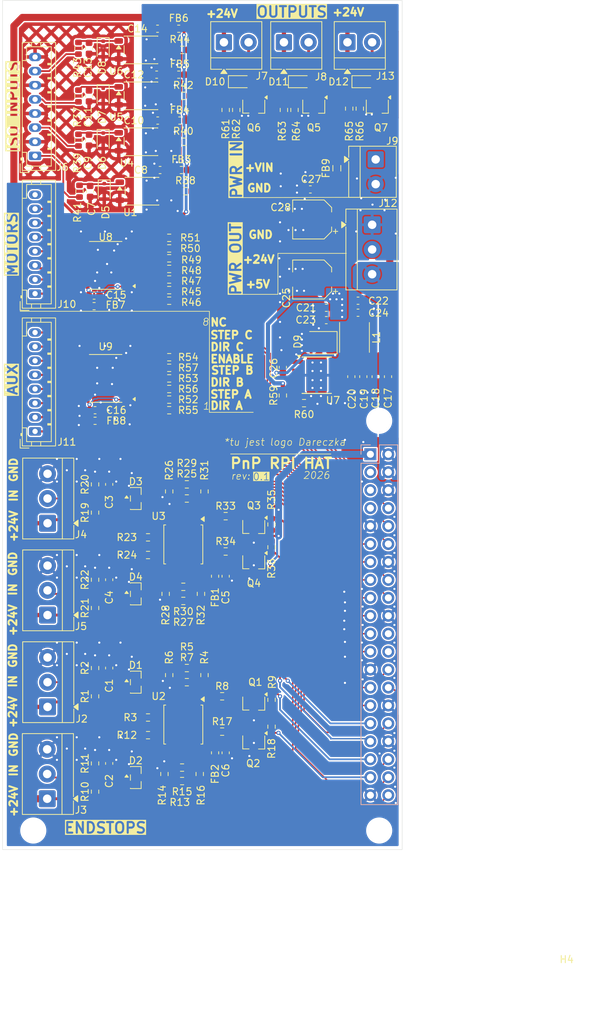
<source format=kicad_pcb>
(kicad_pcb (version 20241229) (generator "pcbnew") (generator_version "9.0")
  (layers (0 "F.Cu" signal) (2 "B.Cu" signal) (13 "F.Paste" user) (15 "B.Paste" user) (5 "F.SilkS" user "F.Silkscreen") (7 "B.SilkS" user "B.Silkscreen") (1 "F.Mask" user) (3 "B.Mask" user) (25 "Edge.Cuts" user))
  (net 0 "")
  (net 1 "Net-(D1-COM)")
  (net 2 "GND")
  (net 3 "Net-(D2-COM)")
  (net 4 "Net-(D3-COM)")
  (net 5 "Net-(D4-COM)")
  (net 6 "Net-(U3C-V+)")
  (net 7 "Net-(U2C-V+)")
  (net 8 "GND_ISO")
  (net 9 "Net-(D5-A1)")
  (net 10 "Net-(U1-VDD)")
  (net 11 "Net-(D6-A1)")
  (net 12 "Net-(U4-VDD)")
  (net 13 "Net-(D7-A1)")
  (net 14 "Net-(U5-VDD)")
  (net 15 "Net-(D8-A1)")
  (net 16 "Net-(U6-VDD)")
  (net 17 "Net-(U8-DIR)")
  (net 18 "Net-(U9-DIR)")
  (net 19 "+24V")
  (net 20 "+5V")
  (net 21 "Net-(U7-BOOT)")
  (net 22 "Net-(D9-K)")
  (net 23 "Net-(D10-A)")
  (net 24 "Net-(D11-A)")
  (net 25 "Net-(D12-A)")
  (net 26 "+3.3V")
  (net 27 "+VIN")
  (net 28 "/AUX4")
  (net 29 "/OUT2")
  (net 30 "/AUX2")
  (net 31 "/ISO_IN3")
  (net 32 "/AUX6")
  (net 33 "/OUT1")
  (net 34 "/OUT3")
  (net 35 "/ENDSTOP2")
  (net 36 "/AUX3")
  (net 37 "/ISO_IN4")
  (net 38 "/ISO_IN1")
  (net 39 "/ISO_IN2")
  (net 40 "/AUX5")
  (net 41 "/AUX1")
  (net 42 "/ENDSTOP3")
  (net 43 "/ENDSTOP4")
  (net 44 "/ENDSTOP1")
  (net 45 "Net-(J6-Pin_3)")
  (net 46 "Net-(J6-Pin_5)")
  (net 47 "Net-(J6-Pin_1)")
  (net 48 "Net-(J6-Pin_7)")
  (net 49 "Net-(J10-Pin_3)")
  (net 50 "Net-(J10-Pin_2)")
  (net 52 "Net-(J10-Pin_1)")
  (net 53 "Net-(J10-Pin_5)")
  (net 54 "Net-(J10-Pin_6)")
  (net 55 "Net-(J10-Pin_7)")
  (net 56 "Net-(J10-Pin_4)")
  (net 57 "Net-(J11-Pin_5)")
  (net 58 "Net-(J11-Pin_4)")
  (net 59 "Net-(J11-Pin_1)")
  (net 60 "Net-(J11-Pin_3)")
  (net 61 "Net-(J11-Pin_6)")
  (net 62 "Net-(J11-Pin_2)")
  (net 63 "Net-(J11-Pin_7)")
  (net 64 "Net-(J11-Pin_8)")
  (net 65 "Net-(Q1-B)")
  (net 66 "Net-(Q2-B)")
  (net 67 "Net-(Q3-B)")
  (net 68 "Net-(Q4-B)")
  (net 69 "Net-(Q5-G)")
  (net 70 "Net-(Q6-G)")
  (net 71 "Net-(Q7-G)")
  (net 72 "Net-(U2A--)")
  (net 73 "Net-(R4-Pad2)")
  (net 74 "Net-(U2A-+)")
  (net 75 "Net-(U2B--)")
  (net 76 "Net-(U2B-+)")
  (net 77 "Net-(R15-Pad2)")
  (net 78 "Net-(U3A--)")
  (net 79 "Net-(U3B--)")
  (net 80 "Net-(U3A-+)")
  (net 81 "Net-(U3B-+)")
  (net 82 "Net-(R29-Pad2)")
  (net 83 "Net-(R30-Pad2)")
  (net 84 "Net-(U1-VO)")
  (net 85 "Net-(U4-VO)")
  (net 86 "Net-(U5-VO)")
  (net 87 "Net-(U6-VO)")
  (net 88 "Net-(U8-A2)")
  (net 89 "Net-(U8-A1)")
  (net 90 "Net-(U8-A3)")
  (net 91 "Net-(U8-A4)")
  (net 92 "Net-(U8-A5)")
  (net 93 "Net-(U8-A6)")
  (net 94 "Net-(U8-A7)")
  (net 95 "Net-(U9-A2)")
  (net 96 "Net-(U9-A4)")
  (net 97 "Net-(U9-A6)")
  (net 98 "Net-(U9-A1)")
  (net 99 "Net-(U9-A3)")
  (net 100 "Net-(U9-A5)")
  (net 101 "Net-(U7-VSENSE)")
  (net 108 "/DIR_A")
  (net 109 "/STEP_A")
  (net 110 "/DIR_C")
  (net 111 "/ENABLE")
  (net 112 "/STEP_B")
  (net 113 "/STEP_C")
  (net 114 "/DIR_B")
  (footprint "Resistor_SMD:R_0603_1608Metric" (layer "F.Cu") (at 84.325 157 180)
    (property "Reference" "R13")
    (property "Value" "47k")
  )
  (footprint "Inductor_SMD:L_0603_1608Metric" (layer "F.Cu") (at 72 106 180)
    (property "Reference" "FB8")
    (property "Value" "1K/100MHz")
  )
  (footprint "Resistor_SMD:R_0603_1608Metric" (layer "F.Cu") (at 79.5 122.5)
    (property "Reference" "R23")
    (property "Value" "33R")
  )
  (footprint "TerminalBlock_4Ucon:TerminalBlock_4Ucon_1x03_P3.50mm_Horizontal" (layer "F.Cu") (at 65.2675 133.5 90)
    (property "Reference" "J5")
    (property "Value" "Screw_Terminal_01x03")
  )
  (footprint "Inductor_SMD:L_0603_1608Metric" (layer "F.Cu") (at 89 128 90)
    (property "Reference" "FB1")
    (property "Value" "1K/100MHz")
  )
  (footprint "Resistor_SMD:R_0603_1608Metric" (layer "F.Cu") (at 72 145 90)
    (property "Reference" "R1")
    (property "Value" "10k")
  )
  (footprint "Package_TO_SOT_SMD:TSOT-23" (layer "F.Cu") (at 112 61.5 -90)
    (property "Reference" "Q7")
    (property "Value" "PMF250XNEX")
  )
  (footprint "Package_TO_SOT_SMD:SOT-23" (layer "F.Cu") (at 77.7675 156.5)
    (property "Reference" "D2")
    (property "Value" "BAT54S")
  )
  (footprint "Capacitor_SMD:C_0603_1608Metric" (layer "F.Cu") (at 110 99.75 -90)
    (property "Reference" "C19")
    (property "Value" "10uF")
  )
  (footprint "Inductor_SMD:L_0603_1608Metric" (layer "F.Cu") (at 84.2125 70.5 180)
    (property "Reference" "FB3")
    (property "Value" "1K/100MHz")
  )
  (footprint "Capacitor_SMD:C_0603_1608Metric" (layer "F.Cu") (at 104.75 91.75 180)
    (property "Reference" "C23")
    (property "Value" "10uF")
  )
  (footprint "Package_SO:SO-5-6_4.55x3.7mm_P1.27mm" (layer "F.Cu") (at 78.5 53.5)
    (property "Reference" "U6")
    (property "Value" "TLP2310")
  )
  (footprint "Capacitor_SMD:C_0603_1608Metric" (layer "F.Cu") (at 71.3 73.52 -90)
    (property "Reference" "C7")
    (property "Value" "100pF")
  )
  (footprint "Resistor_SMD:R_0603_1608Metric" (layer "F.Cu") (at 79.5 150.5)
    (property "Reference" "R12")
    (property "Value" "33R")
  )
  (footprint "Resistor_SMD:R_0603_1608Metric" (layer "F.Cu") (at 82.5 97 180)
    (property "Reference" "R54")
    (property "Value" "33R")
  )
  (footprint "TerminalBlock_4Ucon:TerminalBlock_4Ucon_1x03_P3.50mm_Horizontal" (layer "F.Cu") (at 65.2675 146.5 90)
    (property "Reference" "J2")
    (property "Value" "Screw_Terminal_01x03")
  )
  (footprint "Inductor_SMD:L_0603_1608Metric" (layer "F.Cu") (at 84 63.5 180)
    (property "Reference" "FB4")
    (property "Value" "1K/100MHz")
  )
  (footprint "Resistor_SMD:R_0603_1608Metric" (layer "F.Cu") (at 69.65 66.27 90)
    (property "Reference" "R39")
    (property "Value" "11.3k")
  )
  (footprint "Resistor_SMD:R_0603_1608Metric" (layer "F.Cu") (at 90.5 119.5)
    (property "Reference" "R33")
    (property "Value" "47k")
  )
  (footprint "Inductor_SMD:L_0805_2012Metric" (layer "F.Cu") (at 106.25 70.25 -90)
    (property "Reference" "FB9")
    (property "Value" "1K/100MHz")
  )
  (footprint "Resistor_SMD:R_0603_1608Metric" (layer "F.Cu") (at 87 130.5 90)
    (property "Reference" "R32")
    (property "Value" "10k")
  )
  (footprint "Capacitor_SMD:C_0603_1608Metric" (layer "F.Cu") (at 90.5 153 -90)
    (property "Reference" "C6")
    (property "Value" "100nF")
  )
  (footprint "Package_TO_SOT_SMD:SOT-23" (layer "F.Cu") (at 77.7675 117)
    (property "Reference" "D3")
    (property "Value" "BAT54S")
  )
  (footprint "Resistor_SMD:R_0603_1608Metric" (layer "F.Cu") (at 97 120.675 90)
    (property "Reference" "R35")
    (property "Value" "10k")
  )
  (footprint "Resistor_SMD:R_0603_1608Metric" (layer "F.Cu") (at 82.5 101.5 180)
    (property "Reference" "R56")
    (property "Value" "33R")
  )
  (footprint "Resistor_SMD:R_0603_1608Metric" (layer "F.Cu") (at 98.75 62 90)
    (property "Reference" "R63")
    (property "Value" "100R")
  )
  (footprint "Resistor_SMD:R_0603_1608Metric" (layer "F.Cu") (at 82.5 116 -90)
    (property "Reference" "R26")
    (property "Value" "47k")
  )
  (footprint "Resistor_SMD:R_0603_1608Metric" (layer "F.Cu") (at 84.35 53.5)
    (property "Reference" "R44")
    (property "Value" "33R")
  )
  (footprint "Capacitor_SMD:C_0603_1608Metric" (layer "F.Cu") (at 74 115 90)
    (property "Reference" "C3")
    (property "Value" "100pF")
  )
  (footprint "Resistor_SMD:R_0603_1608Metric" (layer "F.Cu") (at 92 62 -90)
    (property "Reference" "R62")
    (property "Value" "47K")
  )
  (footprint "Capacitor_SMD:C_0603_1608Metric" (layer "F.Cu") (at 71.15 53.27 -90)
    (property "Reference" "C13")
    (property "Value" "100pF")
  )
  (footprint "Resistor_SMD:R_0603_1608Metric" (layer "F.Cu") (at 72 141 90)
    (property "Reference" "R2")
    (property "Value" "10k")
  )
  (footprint "Diode_SMD:D_SOD-323F" (layer "F.Cu") (at 73.15 60.02 -90)
    (property "Reference" "D7")
    (property "Value" "D_TVS")
  )
  (footprint "MountingHole:MountingHole_3.2mm_M3" (layer "F.Cu") (at 112.25 106)
    (property "Reference" "H2" (hide yes))
    (property "Value" "M3")
  )
  (footprint "Resistor_SMD:R_0603_1608Metric" (layer "F.Cu") (at 84.65 66.5)
    (property "Reference" "R40")
    (property "Value" "33R")
  )
  (footprint "Capacitor_SMD:C_0603_1608Metric" (layer "F.Cu") (at 80.875 63.5 180)
    (property "Reference" "C10")
    (property "Value" "100nF")
  )
  (footprint "Resistor_SMD:R_0603_1608Metric" (layer "F.Cu") (at 82.5 98.5 180)
    (property "Reference" "R57")
    (property "Value" "33R")
  )
  (footprint "MountingHole:MountingHole_3.2mm_M3" (layer "F.Cu") (at 138.8 186.4)
    (property "Reference" "H4")
    (property "Value" "M3")
  )
  (footprint "Resistor_SMD:R_0603_1608Metric" (layer "F.Cu") (at 90 145)
    (property "Reference" "R8")
    (property "Value" "47k")
  )
  (footprint "Resistor_SMD:R_0603_1608Metric" (layer "F.Cu") (at 101.6 103.5)
    (property "Reference" "R60")
    (property "Value" "10k")
  )
  (footprint "Package_TO_SOT_SMD:SOT-23" (layer "F.Cu") (at 77.7675 143)
    (property "Reference" "D1")
    (property "Value" "BAT54S")
  )
  (footprint "Resistor_SMD:R_0603_1608Metric" (layer "F.Cu") (at 90.5 62 90)
    (property "Reference" "R61")
    (property "Value" "100R")
  )
  (footprint "Package_SO:TSSOP-20_4.4x6.5mm_P0.65mm" (layer "F.Cu") (at 73.5 84 180)
    (property "Reference" "U8")
    (property "Value" "SN74LVC245APW")
  )
  (footprint "Resistor_SMD:R_0603_1608Metric" (layer "F.Cu") (at 72 154.5 90)
    (property "Reference" "R11")
    (property "Value" "10k")
  )
  (footprint "Resistor_SMD:R_0603_1608Metric" (layer "F.Cu") (at 72 115 90)
    (property "Reference" "R20")
    (property "Value" "10k")
  )
  (footprint "Resistor_SMD:R_0603_1608Metric" (layer "F.Cu") (at 82.5 142 -90)
    (property "Reference" "R6")
    (property "Value" "47k")
  )
  (footprint "Package_SO:SO-5-6_4.55x3.7mm_P1.27mm" (layer "F.Cu") (at 78.65 73.5)
    (property "Reference" "U1")
    (property "Value" "TLP2310")
  )
  (footprint "Capacitor_SMD:C_0603_1608Metric" (layer "F.Cu") (at 80.725 57 180)
    (property "Reference" "C12")
    (property "Value" "100nF")
  )
  (footprint "Resistor_SMD:R_0603_1608Metric" (layer "F.Cu") (at 72 158.5 90)
    (property "Reference" "R10")
    (property "Value" "10k")
  )
  (footprint "Capacitor_SMD:C_0603_1608Metric" (layer "F.Cu") (at 81.2125 70.5 180)
    (property "Reference" "C8")
    (property "Value" "100nF")
  )
  (footprint "Resistor_SMD:R_0603_1608Metric" (layer "F.Cu") (at 97 123.9 -90)
    (property "Reference" "R36")
    (property "Value" "10k")
  )
  (footprint "Inductor_SMD:L_0603_1608Metric" (layer "F.Cu") (at 71.8625 89.775 180)
    (property "Reference" "FB7")
    (property "Value" "1K/100MHz")
  )
  (footprint "Package_TO_SOT_SMD:TSOT-23" (layer "F.Cu") (at 94.5 121 -90)
    (property "Reference" "Q3")
    (property "Value" "NPN")
  )
  (footprint "Resistor_SMD:R_0603_1608Metric" (layer "F.Cu") (at 86.825 156 90)
    (property "Reference" "R16")
    (property "Value" "10k")
  )
  (footprint "Connector_JST:JST_PH_B8B-PH-K_1x08_P2.00mm_Vertical" (layer "F.Cu") (at 63.5 88 90)
    (property "Reference" "J10")
    (property "Value" "Conn_01x08")
  )
  (footprint "Resistor_SMD:R_0603_1608Metric" (layer "F.Cu") (at 100.25 62 -90)
    (property "Reference" "R64")
    (property "Value" "47K")
  )
  (footprint "Connector_JST:JST_PH_B8B-PH-K_1x08_P2.00mm_Vertical" (layer "F.Cu") (at 63.5 68.5 90)
    (property "Reference" "J6")
    (property "Value" "Conn_01x08")
  )
  (footprint "Capacitor_SMD:CP_Elec_5x5.9" (layer "F.Cu") (at 102.75 86 180)
    (property "Reference" "C25")
    (property "Value" "100uF")
  )
  (footprint "Capacitor_SMD:C_0603_1608Metric" (layer "F.Cu") (at 71.15 60.02 -90)
    (property "Reference" "C11")
    (property "Value" "100pF")
  )
  (footprint "TerminalBlock_4Ucon:TerminalBlock_4Ucon_1x03_P3.50mm_Horizontal" (layer "F.Cu") (at 65.2675 120.5 90)
    (property "Reference" "J4")
    (property "Value" "Screw_Terminal_01x03")
  )
  (footprint "Diode_SMD:D_SOD-323F" (layer "F.Cu") (at 73.3 73.52 -90)
    (property "Reference" "D5")
    (property "Value" "D_TVS")
  )
  (footprint "Resistor_SMD:R_0603_1608Metric" (layer "F.Cu") (at 84.5 129.5)
    (property "Reference" "R30")
    (property "Value" "470k")
  )
  (footprint "Diode_SMD:D_SOD-323F" (layer "F.Cu") (at 73.15 66.37 -90)
    (property "Reference" "D6")
    (property "Value" "D_TVS")
  )
  (footprint "Resistor_SMD:R_0603_1608Metric" (layer "F.Cu") (at 97 145.5 90)
    (property "Reference" "R9")
    (property "Value" "10k")
  )
  (footprint "Capacitor_SMD:C_0603_1608Metric" (layer "F.Cu") (at 71.15 66.27 -90)
    (property "Reference" "C9")
    (property "Value" "100pF")
  )
  (footprint "Resistor_SMD:R_0603_1608Metric" (layer "F.Cu") (at 84.5 131.5 180)
    (property "Reference" "R27")
    (property "Value" "47k")
  )
  (footprint "MountingHole:MountingHole_3.2mm_M3" (layer "F.Cu") (at 112.25 164)
    (property "Reference" "H1" (hide yes))
    (property "Value" "M3")
  )
  (footprint "TerminalBlock_MetzConnect:TerminalBlock_MetzConnect_Type059_RT06302HBWC_1x02_P3.50mm_Horizontal" (layer "F.Cu") (at 111.75 69 -90)
    (property "Reference" "J9")
    (property "Value" "Screw_Terminal_01x02")
  )
  (footprint "TerminalBlock_MetzConnect:TerminalBlock_MetzConnect_Type059_RT06302HBWC_1x02_P3.50mm_Horizontal" (layer "F.Cu") (at 98.75 52.4175)
    (property "Reference" "J8")
    (property "Value" "Screw_Terminal_01x02")
  )
  (footprint "Resistor_SMD:R_0603_1608Metric" (layer "F.Cu") (at 79.5 125)
    (property "Reference" "R24")
    (property "Value" "33R")
  )
  (footprint "Inductor_SMD:L_0603_1608Metric" (layer "F.Cu") (at 83.85 50.5 180)
    (property "Reference" "FB6")
    (property "Value" "1K/100MHz")
  )
  (footprint "Resistor_SMD:R_0603_1608Metric" (layer "F.Cu") (at 69.65 60.02 90)
    (property "Reference" "R37")
    (property "Value" "11.3k")
  )
  (footprint "Package_TO_SOT_SMD:SOT-23" (layer "F.Cu") (at 77.7675 130.5)
    (property "Reference" "D4")
    (property "Value" "BAT54S")
  )
  (footprint "Resistor_SMD:R_0603_1608Metric" (layer "F.Cu") (at 109.5 61.81 -90)
    (property "Reference" "R66")
    (property "Value" "47K")
  )
  (footprint "Resistor_SMD:R_0603_1608Metric" (layer "F.Cu") (at 85 141 180)
    (property "Reference" "R5")
    (property "Value" "47k")
  )
  (footprint "Package_TO_SOT_SMD:TSOT-23" (layer "F.Cu") (at 94.5 61.5 -90)
    (property "Reference" "Q6")
    (property "Value" "PMF250XNEX")
  )
  (footprint "Resistor_SMD:R_0603_1608Metric" (layer "F.Cu") (at 90 150)
    (property "Reference" "R17")
    (property "Value" "47k")
  )
  (footprint "Diode_SMD:D_SOD-323F" (layer "F.Cu") (at 92.5 58)
    (property "Reference" "D10")
    (property "Value" "D_Schottky_Small")
  )
  (footprint "Connector_JST:JST_PH_B8B-PH-K_1x08_P2.00mm_Vertical" (layer "F.Cu") (at 63.5 107.5 90)
    (property "Reference" "J11")
    (property "Value" "Conn_01x08")
  )
  (footprint "Resistor_SMD:R_0603_1608Metric" (layer "F.Cu") (at 72 132.5 90)
    (property "Reference" "R21")
    (property "Value" "10k")
  )
  (footprint "Package_TO_SOT_SMD:TSOT-23" (layer "F.Cu") (at 103 61.5 -90)
    (property "Reference" "Q5")
    (property "Value" "PMF250XNEX")
  )
  (footprint "Diode_SMD:D_SOD-323F" (layer "F.Cu") (at 73.15 53.37 -90)
    (property "Reference" "D8")
    (property "Value" "D_TVS")
  )
  (footprint "Resistor_SMD:R_0603_1608Metric" (layer "F.Cu") (at 82 130.5 -90)
    (property "Reference" "R28")
    (property "Value" "47k")
  )
  (footprint "Resistor_SMD:R_0603_1608Metric" (layer "F.Cu") (at 82.5 84.5 180)
    (property "Reference" "R48")
    (property "Value" "33R")
  )
  (footprint "Resistor_SMD:R_0603_1608Metric" (layer "F.Cu") (at 87.5 142 -90)
    (property "Reference" "R4")
    (property "Value" "10k")
  )
  (footprint "Package_SO:TSSOP-20_4.4x6.5mm_P0.65mm" (layer "F.Cu") (at 73.5 100 180)
    (property "Reference" "U9")
    (property "Value" "SN74LVC245APW")
  )
  (footprint "Capacitor_SMD:C_0603_1608Metric" (layer "F.Cu") (at 108.3 99.75 -90)
    (property "Reference" "C20")
    (property "Value" "10uF")
  )
  (footprint "Package_SO:SOIC-8_5.3x5.3mm_P1.27mm" (layer "F.Cu") (at 84.5 123.5 -90)
    (property "Reference" "U3")
    (property "Value" "LM393")
  )
  (footprint "Resistor_SMD:R_0603_1608Metric" (layer "F.Cu") (at 85 117)
    (property "Reference" "R29")
    (property "Value" "470k")
  )
  (footprint "TerminalBlock_MetzConnect:TerminalBlock_MetzConnect_Type059_RT06302HBWC_1x02_P3.50mm_Horizontal" (layer "F.Cu") (at 90.25 52.4175)
    (property "Reference" "J7")
    (property "Value" "Screw_Terminal_01x02")
  )
  (footprint "Package_SO:SOIC-8_5.3x5.3mm_P1.27mm" (layer "F.Cu") (at 84.5 149 -90)
    (property "Reference" "U2")
    (property "Value" "LM393")
  )
  (footprint "Diode_SMD:D_SOD-323F" (layer "F.Cu") (at 110 58)
    (property "Reference" "D12")
    (property "Value" "D_Schottky_Small")
  )
  (footprint "Capacitor_SMD:C_0603_1608Metric" (layer "F.Cu") (at 109.25 90.7)
    (property "Reference" "C24")
    (property "Value" "10uF")
  )
  (footprint "Resistor_SMD:R_0603_1608Metric" (layer "F.Cu") (at 85 143)
    (property "Reference" "R7")
    (property "Value" "470k")
  )
  (footprint "Package_TO_SOT_SMD:TSOT-23" (layer "F.Cu") (at 94.5 126 -90)
    (property "Reference" "Q4")
    (property "Value" "NPN")
  )
  (footprint "Inductor_SMD:L_0603_1608Metric" (layer "F.Cu") (at 83.85 57 180)
    (property "Reference" "FB5")
    (property "Value" "1K/100MHz")
  )
  (footprint "Resistor_SMD:R_0603_1608Metric" (layer "F.Cu") (at 85 115 180)
    (property "Reference" "R25")
    (property "Value" "47k")
  )
  (footprint "Resistor_SMD:R_0603_1608Metric" (layer "F.Cu") (at 69.65 53.27 90)
    (property "Reference" "R43")
    (property "Value" "11.3k")
  )
  (footprint "TerminalBlock_MetzConnect:TerminalBlock_MetzConnect_Type059_RT06302HBWC_1x02_P3.50mm_Horizontal" (layer "F.Cu") (at 107.75 52.4175)
    (property "Reference" "J13")
    (property "Value" "Screw_Terminal_01x02")
  )
  (footprint "Inductor_SMD:L_APV_ANR4010" (layer "F.Cu") (at 108.75 94.2 90)
    (property "Reference" "L1")
    (property "Value" "L_Iron")
  )
  (footprint "Resistor_SMD:R_0603_1608Metric" (layer "F.Cu") (at 108 61.81 90)
    (property "Reference" "R65")
    (property "Value" "100R")
  )
  (footprint "Package_SO:SO-5-6_4.55x3.7mm_P1.27mm" (layer "F.Cu") (at 78.5 66.5)
    (property "Reference" "U4")
    (property "Value" "TLP2310")
  )
  (footprint "Resistor_SMD:R_0603_1608Metric" (layer "F.Cu") (at 82.5 80.1 180)
    (property "Reference" "R51")
    (property "Value" "33R")
  )
  (footprint "Capacitor_SMD:C_0603_1608Metric" (layer "F.Cu") (at 72 104.5)
    (property "Reference" "C16")
    (property "Value" "100nF")
  )
  (footprint "Capacitor_SMD:CP_Elec_5x5.9" (layer "F.Cu") (at 102.75 77.5 180)
    (property "Reference" "C28")
    (property "Value" "100uF")
  )
  (footprint "Diode_SMD:D_SOD-323F" (layer "F.Cu") (at 101 58)
    (property "Reference" "D11")
    (property "Value" "D_Schottky_Small")
  )
  (footprint "Capacitor_SMD:C_0603_1608Metric" (layer "F.Cu") (at 71.8625 88.275)
    (property "Reference" "C15")
    (property "Value" "100nF")
  )
  (footprint "Capacitor_SMD:C_0603_1608Metric" (layer "F.Cu") (at 111.75 99.75 -90)
    (property "Reference" "C18")
    (property "Value" "10uF")
  )
  (footprint "Package_TO_SOT_SMD:TSOT-23" (layer "F.Cu") (at 94.5 151.5 -90)
    (property "Reference" "Q2")
    (property "Value" "NPN")
  )
  (footprint "Capacitor_SMD:C_0603_1608Metric" (layer "F.Cu") (at 98.6 98.415 -90)
    (property "Reference" "C26")
    (property "Value" "100nF")
  )
  (footprint "Resistor_SMD:R_0603_1608Metric" (layer "F.Cu") (at 84.325 155.0875)
    (property "Reference" "R15")
    (property "Value" "470k")
  )
  (footprint "Resistor_SMD:R_0603_1608Metric" (layer "F.Cu") (at 72 119 90)
    (property "Reference" "R19")
    (property "Value" "10k")
  )
  (footprint "Package_SO:TI_SO-PowerPAD-8_ThermalVias" (layer "F.Cu") (at 103.4 99.55)
    (property "Reference" "U7")
    (property "Value" "TPS5430DDA")
  )
  (footprint "Package_TO_SOT_SMD:TSOT-23" (layer "F.Cu") (at 94.5 146 -90)
    (property "Reference" "Q1")
    (property "Value" "NPN")
  )
  (footprint "Capacitor_SMD:C_0603_1608Metric" (layer "F.Cu") (at 74 128.5 90)
    (property "Reference" "C4")
    (property "Value" "100pF")
  )
  (footprint "Capacitor_SMD:C_0603_1608Metric" (layer "F.Cu") (at 74 141 90)
    (property "Reference" "C1")
    (property "Value" "100pF")
  )
  (footprint "Resistor_SMD:R_0603_1608Metric" (layer "F.Cu") (at 82.5 86 180)
    (property "Reference" "R47")
    (property "Value" "33R")
  )
  (footprint "TerminalBlock_4Ucon:TerminalBlock_4Ucon_1x03_P3.50mm_Horizontal" (layer "F.Cu") (at 65.2175 159.5 90)
    (property "Reference" "J3")
    (property "Value" "Screw_Terminal_01x03")
  )
  (footprint "Resistor_SMD:R_0603_1608Metric" (layer "F.Cu") (at 72 128.5 90)
    (property "Reference" "R22")
    (property "Value" "10k")
  )
  (footprint "Resistor_SMD:R_0603_1608Metric" (layer "F.Cu") (at 87.5 116 -90)
    (property "Reference" "R31")
    (property "Value" "10k")
  )
  (footprint "Capacitor_SMD:C_0603_1608Metric" (layer "F.Cu") (at 113.5 99.75 -90)
    (property "Reference" "C17")
    (property "Value" "10uF")
  )
  (footprint "Capacitor_SMD:C_0603_1608Metric" (layer "F.Cu") (at 90.5 128 -90)
    (property "Reference" "C5")
    (property "Value" "100nF")
  )
  (footprint "Package_SO:SO-5-6_4.55x3.7mm_P1.27mm" (layer "F.Cu") (at 78.5 60)
    (property "Reference" "U5")
    (property "Value" "TLP2310")
  )
  (footprint "Resistor_SMD:R_0603_1608Metric" (layer "F.Cu") (at 82.5 100 180)
    (property "Reference" "R53")
    (property "Value" "33R")
  )
  (footprint "Resistor_SMD:R_0603_1608Metric" (layer "F.Cu") (at 98.6 102.415 -90)
    (property "Reference" "R59")
    (property "Value" "10k")
  )
  (footprint "MountingHole:MountingHole_3.2mm_M3" (layer "F.Cu") (at 63.25 164)
    (property "Reference" "H3" (hide yes))
    (property "Value" "M3")
  )
  (footprint "Resistor_SMD:R_0603_1608Metric" (layer "F.Cu") (at 82.5 83 180)
    (property "Reference" "R49")
    (property "Value" "33R")
  )
  (footprint "Diode_SMD:D_1210_3225Metric" (layer "F.Cu") (at 104 94.95 180)
    (property "Reference" "D9")
    (property "Value" "BAT85")
  )
  (footprint "TerminalBlock_4Ucon:TerminalBlock_4Ucon_1x03_P3.50mm_Horizontal" (layer "F.Cu") (at 111.25 78.25 -90)
    (property "Reference" "J12")
    (property "Value" "Screw_Terminal_01x03")
  )
  (footprint "Capacitor_SMD:C_0603_1608Metric" (layer "F.Cu") (at 74 154.5 90)
    (property "Reference" "C2")
    (property "Value" "100pF")
  )
  (footprint "Resistor_SMD:R_0603_1608Metric" (layer "F.Cu") (at 82.5 81.6 180)
    (property "Reference" "R50")
    (property "Value" "33R")
  )
  (footprint "Resistor_SMD:R_0603_1608Metric" (layer "F.Cu") (at 97 149.3 -90)
    (property "Reference" "R18")
    (property "Value" "10k")
  )
  (footprint "Resistor_SMD:R_0603_1608Metric" (layer "F.Cu") (at 81.825 156 90)
    (property "Reference" "R14")
    (property "Value" "47k")
  )
  (footprint "Resistor_SMD:R_0603_1608Metric" (layer "F.Cu") (at 79.5 148)
    (property "Reference" "R3")
    (property "Value" "33R")
  )
  (footprint "Resistor_SMD:R_0603_1608Metric" (layer "F.Cu") (at 82.5 103 180)
    (property "Reference" "R52")
    (property "Value" "33R")
  )
  (footprint "Resistor_SMD:R_0603_1608Metric" (layer "F.Cu") (at 69.8 73.5 90)
    (property "Reference" "R41")
    (property "Value" "11.3k")
  )
  (footprint "Resistor_SMD:R_0603_1608Metric" (layer "F.Cu") (at 84.8 73.5)
    (property "Reference" "R38")
    (property "Value" "33R")
  )
  (footprint "Capacitor_SMD:C_0603_1608Metric" (layer "F.Cu") (at 102.5 73.25 180)
    (property "Reference" "C27")
    (property "Value" "100nF")
  )
  (footprint "Resistor_SMD:R_0603_1608Metric" (layer "F.Cu") (at 90.5 124.5)
    (property "Reference" "R34")
    (property "Value" "47k")
  )
  (footprint "Resistor_SMD:R_0603_1608Metric" (layer "F.Cu") (at 82.5 89 180)
    (property "Reference" "R46")
    (property "Value" "33R")
  )
  (footprint "Capacitor_SMD:C_0603_1608Metric" (layer "F.Cu") (at 104.75 90 180)
    (property "Reference" "C21")
    (property "Value" "10uF")
  )
  (footprint "Inductor_SMD:L_0603_1608Metric" (layer "F.Cu") (at 89 153 90)
    (property "Reference" "FB2")
    (property "Value" "1K/100MHz")
  )
  (footprint "Capacitor_SMD:C_0603_1608Metric" (layer "F.Cu") (at 80.85 50.5 180)
    (property "Reference" "C14")
    (property "Value" "100nF")
  )
  (footprint "Resistor_SMD:R_0603_1608Metric" (layer "F.Cu") (at 82.5 104.5 180)
    (property "Reference" "R55")
    (property "Value" "33R")
  )
  (footprint "Resistor_SMD:R_0603_1608Metric" (layer "F.Cu") (at 84.5 60)
    (property "Reference" "R42")
    (property "Value" "33R")
  )
  (footprint "Resistor_SMD:R_0603_1608Metric" (layer "F.Cu") (at 82.5 87.5 180)
    (property "Reference" "R45")
    (property "Value" "33R")
  )
  (footprint "Capacitor_SMD:C_0603_1608Metric" (layer "F.Cu") (at 109.25 89)
    (property "Reference" "C22")
    (property "Value" "10uF")
  )
  (footprint "Connector_PinSocket_2.54mm:PinSocket_2x20_P2.54mm_Vertical" (layer "B.Cu") (at 111 110.74 180)
    (property "Reference" "J14" (hide yes))
    (property "Value" "Conn_02x20_Odd_Even")
  )
  (gr_line (start 94.7 74.4) (end 92.9 74.4) (stroke (width 0.1)) (layer "F.SilkS"))
  (gr_line (start 107.93 74.37) (end 94.7 74.4) (stroke (width 0.1)) (layer "F.SilkS"))
  (gr_line (start 88.2 104.8) (end 88.2 90.5) (stroke (width 0.1)) (layer "F.SilkS"))
  (gr_line (start 91.2 110.7) (end 105.4 110.7) (stroke (width 0.1)) (layer "F.SilkS"))
  (gr_line (start 97.9 82.3) (end 107.1 82.3) (stroke (width 0.1)) (layer "F.SilkS"))
  (gr_line (start 97.9 88.1) (end 97.9 82.3) (stroke (width 0.1)) (layer "F.SilkS"))
  (gr_line (start 107.1 82.3) (end 107.6 82.3) (stroke (width 0.1)) (layer "F.SilkS"))
  (gr_line (start 92.5 88.1) (end 97.9 88.1) (stroke (width 0.1)) (layer "F.SilkS"))
  (gr_line (start 94.4 104.8) (end 88.2 104.8) (stroke (width 0.1)) (layer "F.SilkS"))
  (gr_line (start 61.39 90.5) (end 88.2 90.5) (stroke (width 0.1)) (layer "F.SilkS"))
  (gr_rect (start 58.9 46.5) (end 115.5 166.7) (stroke (width 0.05)) (fill no) (layer "Edge.Cuts"))
  (gr_text "DIR A" (at 88.2 104.5 0) (layer "F.SilkS") (effects (font (size 1.1 1.1) (thickness 0.275) (bold yes)) (justify left bottom)))
  (gr_text "+5V" (at 93.2 87.3 0) (layer "F.SilkS") (effects (font (size 1.1 1.1) (thickness 0.275) (bold yes)) (justify left bottom)))
  (gr_text "+24V" (at 61.1 162.2 90) (layer "F.SilkS") (effects (font (size 1.1 1.1) (thickness 0.275) (bold yes)) (justify left bottom)))
  (gr_text "+24V" (at 105.5 48.8 0) (layer "F.SilkS") (effects (font (size 1.1 1.1) (thickness 0.275) (bold yes)) (justify left bottom)))
  (gr_text "+24V" (at 87.6 49 0) (layer "F.SilkS") (effects (font (size 1.1 1.1) (thickness 0.275) (bold yes)) (justify left bottom)))
  (gr_text "1\n" (at 87.2 104.5 0) (layer "F.SilkS") (effects (font (size 1 1) (thickness 0.1) (italic yes)) (justify left bottom)))
  (gr_text "GND\n" (at 61 128.1 90) (layer "F.SilkS") (effects (font (size 1.1 1.1) (thickness 0.275) (bold yes)) (justify left bottom)))
  (gr_text "+24V" (at 61 149.6 90) (layer "F.SilkS") (effects (font (size 1.1 1.1) (thickness 0.275) (bold yes)) (justify left bottom)))
  (gr_text "STEP B" (at 88.3 99.5 0) (layer "F.SilkS") (effects (font (size 1.1 1.1) (thickness 0.275) (bold yes)) (justify left bottom)))
  (gr_text "NC" (at 88.2 92.7 0) (layer "F.SilkS") (effects (font (size 1.1 1.1) (thickness 0.275) (bold yes)) (justify left bottom)))
  (gr_text "GND\n" (at 61 141.1 90) (layer "F.SilkS") (effects (font (size 1.1 1.1) (thickness 0.275) (bold yes)) (justify left bottom)))
  (gr_text "8" (at 87.1 92.6 0) (layer "F.SilkS") (effects (font (size 1 1) (thickness 0.1) (italic yes)) (justify left bottom)))
  (gr_text "IN" (at 61 143.9 90) (layer "F.SilkS") (effects (font (size 1.1 1.1) (thickness 0.275) (bold yes)) (justify left bottom)))
  (gr_text "GND\n" (at 61.1 153.7 90) (layer "F.SilkS") (effects (font (size 1.1 1.1) (thickness 0.275) (bold yes)) (justify left bottom)))
  (gr_text "+24V" (at 61.1 123.3 90) (layer "F.SilkS") (effects (font (size 1.1 1.1) (thickness 0.275) (bold yes)) (justify left bottom)))
  (gr_text "2026" (at 101.4 114.3 0) (layer "F.SilkS") (effects (font (size 1 1) (thickness 0.1) (italic yes)) (justify left bottom)))
  (gr_text "GND\n" (at 93.6 80.3 0) (layer "F.SilkS") (effects (font (size 1.1 1.1) (thickness 0.275) (bold yes)) (justify left bottom)))
  (gr_text "0.1" (at 94.3 114.5 0) (layer "F.SilkS" knockout) (effects (font (size 1 1) (thickness 0.1)) (justify left bottom)))
  (gr_text "PWR IN" (at 92.9 74.7 90) (layer "F.SilkS" knockout) (effects (font (size 1.5 1.5) (thickness 0.3) (bold yes)) (justify left bottom)))
  (gr_text "AUX" (at 61.1 102.5 90) (layer "F.SilkS" knockout) (effects (font (size 1.5 1.5) (thickness 0.3) (bold yes)) (justify left bottom)))
  (gr_text "*tu jest logo Dareczka" (at 90.2 109.6 0) (layer "F.SilkS") (effects (font (size 1 1) (thickness 0.1) (italic yes)) (justify left bottom)))
  (gr_text "MOTORS" (at 61.1 85.7 90) (layer "F.SilkS" knockout) (effects (font (size 1.5 1.5) (thickness 0.3) (bold yes)) (justify left bottom)))
  (gr_text "IN" (at 61 130.9 90) (layer "F.SilkS") (effects (font (size 1.1 1.1) (thickness 0.275) (bold yes)) (justify left bottom)))
  (gr_text "+24V" (at 61 136.6 90) (layer "F.SilkS") (effects (font (size 1.1 1.1) (thickness 0.275) (bold yes)) (justify left bottom)))
  (gr_text "ISO INPUTS\n" (at 61.3 68.1 90) (layer "F.SilkS" knockout) (effects (font (size 1.5 1.5) (thickness 0.3) (bold yes)) (justify left bottom)))
  (gr_text "ENDSTOPS" (at 67.5 164.5 0) (layer "F.SilkS" knockout) (effects (font (size 1.5 1.5) (thickness 0.3) (bold yes)) (justify left bottom)))
  (gr_text "PWR OUT" (at 92.8 88.4 90) (layer "F.SilkS" knockout) (effects (font (size 1.5 1.5) (thickness 0.3) (bold yes)) (justify left bottom)))
  (gr_text "rev:" (at 91.2 114.4 0) (layer "F.SilkS") (effects (font (size 1 1) (thickness 0.1) (italic yes)) (justify left bottom)))
  (gr_text "GND\n" (at 93.4 73.7 0) (layer "F.SilkS") (effects (font (size 1.1 1.1) (thickness 0.275) (bold yes)) (justify left bottom)))
  (gr_text "OUTPUTS" (at 94.7 49 0) (layer "F.SilkS" knockout) (effects (font (size 1.5 1.5) (thickness 0.3) (bold yes)) (justify left bottom)))
  (gr_text "+24V" (at 92.8 83.8 0) (layer "F.SilkS") (effects (font (size 1.1 1.1) (thickness 0.275) (bold yes)) (justify left bottom)))
  (gr_text "IN" (at 61.1 156.5 90) (layer "F.SilkS") (effects (font (size 1.1 1.1) (thickness 0.275) (bold yes)) (justify left bottom)))
  (gr_text "GND\n" (at 61.1 114.8 90) (layer "F.SilkS") (effects (font (size 1.1 1.1) (thickness 0.275) (bold yes)) (justify left bottom)))
  (gr_text "DIR C" (at 88.2 96.2 0) (layer "F.SilkS") (effects (font (size 1.1 1.1) (thickness 0.275) (bold yes)) (justify left bottom)))
  (gr_text "PnP RPI HAT" (at 91 112.9 0) (layer "F.SilkS") (effects (font (size 1.5 1.5) (thickness 0.3) (bold yes)) (justify left bottom)))
  (gr_text "+VIN\n" (at 93.1 70.8 0) (layer "F.SilkS") (effects (font (size 1.1 1.1) (thickness 0.275) (bold yes)) (justify left bottom)))
  (gr_text "STEP C" (at 88.2 94.5 0) (layer "F.SilkS") (effects (font (size 1.1 1.1) (thickness 0.275) (bold yes)) (justify left bottom)))
  (gr_text "DIR B" (at 88.2 101.2 0) (layer "F.SilkS") (effects (font (size 1.1 1.1) (thickness 0.275) (bold yes)) (justify left bottom)))
  (gr_text "IN" (at 61.1 117.6 90) (layer "F.SilkS") (effects (font (size 1.1 1.1) (thickness 0.275) (bold yes)) (justify left bottom)))
  (gr_text "STEP A" (at 88.2 102.9 0) (layer "F.SilkS") (effects (font (size 1.1 1.1) (thickness 0.275) (bold yes)) (justify left bottom)))
  (gr_text "ENABLE" (at 88.2 97.9 0) (layer "F.SilkS") (effects (font (size 1.1 1.1) (thickness 0.275) (bold yes)) (justify left bottom)))
  (segment (start 72 141.825) (end 72 144.175) (width 0.25) (layer "F.Cu") (net 1))
  (segment (start 78.675 143.03) (end 78.705 143) (width 0.25) (layer "F.Cu") (net 1))
  (segment (start 74 143) (end 74 141.775) (width 0.25) (layer "F.Cu") (net 1))
  (segment (start 74 143) (end 65.2675 143) (width 0.25) (layer "F.Cu") (net 1))
  (segment (start 78.705 143) (end 74 143) (width 0.25) (layer "F.Cu") (net 1))
  (segment (start 78.675 148) (end 78.675 143.03) (width 0.25) (layer "F.Cu") (net 1))
  (segment (start 81.2 131.325) (end 81.125 131.325) (width 0.4) (layer "F.Cu") (net 2))
  (segment (start 92 62.825) (end 92.8 62.825) (width 0.4) (layer "F.Cu") (net 2))
  (segment (start 93.535 153.775) (end 93.855 153.455) (width 0.4) (layer "F.Cu") (net 2))
  (segment (start 82.595 145.4125) (end 82.595 143.8) (width 0.4) (layer "F.Cu") (net 2))
  (segment (start 82.545 117.775) (end 82.545 116.895) (width 0.4) (layer "F.Cu") (net 2))
  (segment (start 100.25 62.825) (end 102.2 62.825) (width 0.4) (layer "F.Cu") (net 2))
  (segment (start 91.4 153.775) (end 93.535 153.775) (width 0.4) (layer "F.Cu") (net 2))
  (segment (start 82 131.325) (end 81.2 131.325) (width 0.4) (layer "F.Cu") (net 2))
  (segment (start 109.5 62.635) (end 111.2 62.635) (width 0.4) (layer "F.Cu") (net 2))
  (segment (start 93.7 62.825) (end 94.485 62.825) (width 0.4) (layer "F.Cu") (net 2))
  (segment (start 82.545 119.3875) (end 82.545 117.775) (width 0.4) (layer "F.Cu") (net 2))
  (segment (start 81.825 154.225) (end 81.825 155.175) (width 0.4) (layer "F.Cu") (net 2))
  (segment (start 94.486695 123.251654) (end 94.486695 126.451654) (width 0.4) (layer "F.Cu") (net 2))
  (segment (start 102.2 62.825) (end 102.985 62.825) (width 0.4) (layer "F.Cu") (net 2))
  (segment (start 94.485 62.825) (end 94.5 62.81) (width 0.4) (layer "F.Cu") (net 2))
  (segment (start 92.8 62.825) (end 93.7 62.825) (width 0.4) (layer "F.Cu") (net 2))
  (segment (start 90.5 153.775) (end 91.4 153.775) (width 0.4) (layer "F.Cu") (net 2))
  (segment (start 111.825 62.635) (end 112 62.81) (width 0.4) (layer "F.Cu") (net 2))
  (segment (start 94.486695 126.451654) (end 94.486695 127.661654) (width 0.4) (layer "F.Cu") (net 2))
  (segment (start 102.985 62.825) (end 103 62.81) (width 0.4) (layer "F.Cu") (net 2))
  (segment (start 94.5 147.31) (end 94.5 148.4) (width 0.4) (layer "F.Cu") (net 2))
  (segment (start 94.5 148.4) (end 94.5 151.6) (width 0.4) (layer "F.Cu") (net 2))
  (segment (start 82.595 143.8) (end 82.595 142.92) (width 0.4) (layer "F.Cu") (net 2))
  (segment (start 82 131.325) (end 82 132.6) (width 0.4) (layer "F.Cu") (net 2))
  (segment (start 82.595 142.92) (end 82.5 142.825) (width 0.4) (layer "F.Cu") (net 2))
  (segment (start 82.45 116.8) (end 81.55 116.8) (width 0.4) (layer "F.Cu") (net 2))
  (segment (start 82.5 142.825) (end 81.6 142.825) (width 0.4) (layer "F.Cu") (net 2))
  (segment (start 94.5 151.6) (end 94.5 152.81) (width 0.4) (layer "F.Cu") (net 2))
  (segment (start 93.841695 128.306654) (end 94.486695 127.661654) (width 0.4) (layer "F.Cu") (net 2))
  (segment (start 93.521695 128.626654) (end 93.841695 128.306654) (width 0.4) (layer "F.Cu") (net 2))
  (segment (start 81.825 155.175) (end 80.825 155.175) (width 0.4) (layer "F.Cu") (net 2))
  (segment (start 91.386695 128.626654) (end 93.521695 128.626654) (width 0.4) (layer "F.Cu") (net 2))
  (segment (start 81.825 154.225) (end 81.8 154.2) (width 0.4) (layer "F.Cu") (net 2))
  (segment (start 94.486695 122.161654) (end 94.486695 123.251654) (width 0.4) (layer "F.Cu") (net 2))
  (segment (start 90.486695 128.626654) (end 91.386695 128.626654) (width 0.4) (layer "F.Cu") (net 2))
  (segment (start 111.2 62.635) (end 111.825 62.635) (width 0.4) (layer "F.Cu") (net 2))
  (segment (start 93.855 153.455) (end 94.5 152.81) (width 0.4) (layer "F.Cu") (net 2))
  (via (at 100.4 79) (size 0.6) (drill 0.3) (layers "F.Cu" "B.Cu") (net 2))
  (via (at 72 152.6) (size 0.6) (drill 0.3) (layers "F.Cu" "B.Cu") (net 2))
  (via (at 70 79.2) (size 0.6) (drill 0.3) (layers "F.Cu" "B.Cu") (net 2))
  (via (at 113 76.2) (size 0.6) (drill 0.3) (layers "F.Cu" "B.Cu") (net 2))
  (via (at 72.6 87.2) (size 0.6) (drill 0.3) (layers "F.Cu" "B.Cu") (net 2))
  (via (at 74 90.3) (size 0.6) (drill 0.3) (layers "F.Cu" "B.Cu") (net 2))
  (via (at 98.4 96) (size 0.6) (drill 0.3) (layers "F.Cu" "B.Cu") (net 2))
  (via (at 104 102.5) (size 0.6) (drill 0.3) (layers "F.Cu" "B.Cu") (net 2))
  (via (at 75 140.6) (size 0.6) (drill 0.3) (layers "F.Cu" "B.Cu") (net 2))
  (via (at 94.486695 126.451654) (size 0.6) (drill 0.3) (layers "F.Cu" "B.Cu") (net 2))
  (via (at 113.1 74.7) (size 0.6) (drill 0.3) (layers "F.Cu" "B.Cu") (net 2))
  (via (at 114.4 124.7) (size 0.6) (drill 0.3) (layers "F.Cu" "B.Cu") (net 2))
  (via (at 93.7 62.825) (size 0.6) (drill 0.3) (layers "F.Cu" "B.Cu") (net 2))
  (via (at 68 126.6) (size 0.6) (drill 0.3) (layers "F.Cu" "B.Cu") (net 2))
  (via (at 74.7 81.9) (size 0.6) (drill 0.3) (layers "F.Cu" "B.Cu") (net 2))
  (via (at 69.4 137.4) (size 0.6) (drill 0.3) (layers "F.Cu" "B.Cu") (net 2))
  (via (at 93.841695 128.306654) (size 0.6) (drill 0.3) (layers "F.Cu" "B.Cu") (net 2))
  (via (at 77.2 90.4) (size 0.6) (drill 0.3) (layers "F.Cu" "B.Cu") (net 2))
  (via (at 83.7 76.3) (size 0.6) (drill 0.3) (layers "F.Cu" "B.Cu") (net 2))
  (via (at 114.4 140) (size 0.6) (drill 0.3) (layers "F.Cu" "B.Cu") (net 2))
  (via (at 76.9 106.5) (size 0.6) (drill 0.3) (layers "F.Cu" "B.Cu") (net 2))
  (via (at 98.2 89.2) (size 0.6) (drill 0.3) (layers "F.Cu" "B.Cu") (net 2))
  (via (at 81.8 154.2) (size 0.6) (drill 0.3) (layers "F.Cu" "B.Cu") (net 2))
  (via (at 111.3 90.9) (size 0.6) (drill 0.3) (layers "F.Cu" "B.Cu") (net 2))
  (via (at 74 113.2) (size 0.6) (drill 0.3) (layers "F.Cu" "B.Cu") (net 2))
  (via (at 72.6 111.4) (size 0.6) (drill 0.3) (layers "F.Cu" "B.Cu") (net 2))
  (via (at 99.4 79) (size 0.6) (drill 0.3) (layers "F.Cu" "B.Cu") (net 2))
  (via (at 98.2 85.6) (size 0.6) (drill 0.3) (layers "F.Cu" "B.Cu") (net 2))
  (via (at 79.3 72) (size 0.6) (drill 0.3) (layers "F.Cu" "B.Cu") (net 2))
  (via (at 102.9 90.6) (size 0.6) (drill 0.3) (layers "F.Cu" "B.Cu") (net 2))
  (via (at 73.7 83.8) (size 0.6) (drill 0.3) (layers "F.Cu" "B.Cu") (net 2))
  (via (at 107.4 137.3) (size 0.6) (drill 0.3) (layers "F.Cu" "B.Cu") (net 2))
  (via (at 81.55 116.8) (size 0.6) (drill 0.3) (layers "F.Cu" "B.Cu") (net 2))
  (via (at 101.3 62.825) (size 0.6) (drill 0.3) (layers "F.Cu" "B.Cu") (net 2))
  (via (at 101.3 76) (size 0.6) (drill 0.3) (layers "F.Cu" "B.Cu") (net 2))
  (via (at 69.4 150.8) (size 0.6) (drill 0.3) (layers "F.Cu" "B.Cu") (net 2))
  (via (at 114.6 71.6) (size 0.6) (drill 0.3) (layers "F.Cu" "B.Cu") (net 2))
  (via (at 82.8 67.8) (size 0.6) (drill 0.3) (layers "F.Cu" "B.Cu") (net 2))
  (via (at 102.9 89.7) (size 0.6) (drill 0.3) (layers "F.Cu" "B.Cu") (net 2))
  (via (at 109.8 137.4) (size 0.6) (drill 0.3) (layers "F.Cu" "B.Cu") (net 2))
  (via (at 109.8 129.8) (size 0.6) (drill 0.3) (layers "F.Cu" "B.Cu") (net 2))
  (via (at 76.4 80.2) (size 0.6) (drill 0.3) (layers "F.Cu" "B.Cu") (net 2))
  (via (at 114.4 127.3) (size 0.6) (drill 0.3) (layers "F.Cu" "B.Cu") (net 2))
  (via (at 76.8 115.2) (size 0.6) (drill 0.3) (layers "F.Cu" "B.Cu") (net 2))
  (via (at 69.4 154) (size 0.6) (drill 0.3) (layers "F.Cu" "B.Cu") (net 2))
  (via (at 80.4 69.6) (size 0.6) (drill 0.3) (layers "F.Cu" "B.Cu") (net 2))
  (via (at 75.2 81) (size 0.6) (drill 0.3) (layers "F.Cu" "B.Cu") (net 2))
  (via (at 83.3 58.5) (size 0.6) (drill 0.3) (layers "F.Cu" "B.Cu") (net 2))
  (via (at 107.4 131.7) (size 0.6) (drill 0.3) (layers "F.Cu" "B.Cu") (net 2))
  (via (at 111.5 102) (size 0.6) (drill 0.3) (layers "F.Cu" "B.Cu") (net 2))
  (via (at 75.6 150.8) (size 0.6) (drill 0.3) (layers "F.Cu" "B.Cu") (net 2))
  (via (at 114.4 119.6) (size 0.6) (drill 0.3) (layers "F.Cu" "B.Cu") (net 2))
  (via (at 74.3 85) (size 0.6) (drill 0.3) (layers "F.Cu" "B.Cu") (net 2))
  (via (at 77.2 113.4) (size 0.6) (drill 0.3) (layers "F.Cu" "B.Cu") (net 2))
  (via (at 79.1 61.4) (size 0.6) (drill 0.3) (layers "F.Cu" "B.Cu") (net 2))
  (via (at 69.4 140.6) (size 0.6) (drill 0.3) (layers "F.Cu" "B.Cu") (net 2))
  (via (at 114.6 160.1) (size 0.6) (drill 0.3) (layers "F.Cu" "B.Cu") (net 2))
  (via (at 83.3 65.1) (size 0.6) (drill 0.3) (layers "F.Cu" "B.Cu") (net 2))
  (via (at 74 152.6) (size 0.6) (drill 0.3) (layers "F.Cu" "B.Cu") (net 2))
  (via (at 101.3 94.5) (size 0.6) (drill 0.3) (layers "F.Cu" "B.Cu") (net 2))
  (via (at 75.6 111.4) (size 0.6) (drill 0.3) (layers "F.Cu" "B.Cu") (net 2))
  (via (at 69.4 125) (size 0.6) (drill 0.3) (layers "F.Cu" "B.Cu") (net 2))
  (via (at 99.4 87.6) (size 0.6) (drill 0.3) (layers "F.Cu" "B.Cu") (net 2))
  (via (at 80.4 71.6) (size 0.6) (drill 0.3) (layers "F.Cu" "B.Cu") (net 2))
  (via (at 66.6 150.8) (size 0.6) (drill 0.3) (layers "F.Cu" "B.Cu") (net 2))
  (via (at 107.3 134.3) (size 0.6) (drill 0.3) (layers "F.Cu" "B.Cu") (net 2))
  (via (at 75.4 88.9) (size 0.6) (drill 0.3) (layers "F.Cu" "B.Cu") (net 2))
  (via (at 109.1 71.7) (size 0.6) (drill 0.3) (layers "F.Cu" "B.Cu") (net 2))
  (via (at 98.2 88) (size 0.6) (drill 0.3) (layers "F.Cu" "B.Cu") (net 2))
  (via (at 68 139) (size 0.6) (drill 0.3) (layers "F.Cu" "B.Cu") (net 2))
  (via (at 69.4 111.4) (size 0.6) (drill 0.3) (layers "F.Cu" "B.Cu") (net 2))
  (via (at 114.4 142.4) (size 0.6) (drill 0.3) (layers "F.Cu" "B.Cu") (net 2))
  (via (at 77 95.4) (size 0.6) (drill 0.3) (layers "F.Cu" "B.Cu") (net 2))
  (via (at 114.4 155.1) (size 0.6) (drill 0.3) (layers "F.Cu" "B.Cu") (net 2))
  (via (at 111 89.3) (size 0.6) (drill 0.3) (layers "F.Cu" "B.Cu") (net 2))
  (via (at 66.6 111.4) (size 0.6) (drill 0.3) (layers "F.Cu" "B.Cu") (net 2))
  (via (at 107.8 102) (size 0.6) (drill 0.3) (layers "F.Cu" "B.Cu") (net 2))
  (via (at 101.7 72) (size 0.6) (drill 0.3) (layers "F.Cu" "B.Cu") (net 2))
  (via (at 100.3 76) (size 0.6) (drill 0.3) (layers "F.Cu" "B.Cu") (net 2))
  (via (at 91.4 153.775) (size 0.6) (drill 0.3) (layers "F.Cu" "B.Cu") (net 2))
  (via (at 68 113) (size 0.6) (drill 0.3) (layers "F.Cu" "B.Cu") (net 2))
  (via (at 81.6 142.825) (size 0.6) (drill 0.3) (layers "F.Cu" "B.Cu") (net 2))
  (via (at 72.6 125) (size 0.6) (drill 0.3) (layers "F.Cu" "B.Cu") (net 2))
  (via (at 70 87.8) (size 0.6) (drill 0.3) (layers "F.Cu" "B.Cu") (net 2))
  (via (at 114.4 132.3) (size 0.6) (drill 0.3) (layers "F.Cu" "B.Cu") (net 2))
  (via (at 72.4 81.8) (size 0.6) (drill 0.3) (layers "F.Cu" "B.Cu") (net 2))
  (via (at 103.7 92.9) (size 0.6) (drill 0.3) (layers "F.Cu" "B.Cu") (net 2))
  (via (at 83.7 62.2) (size 0.6) (drill 0.3) (layers "F.Cu" "B.Cu") (net 2))
  (via (at 109.9 134.9) (size 0.6) (drill 0.3) (layers "F.Cu" "B.Cu") (net 2))
  (via (at 70 90.4) (size 0.6) (drill 0.3) (layers "F.Cu" "B.Cu") (net 2))
  (via (at 100.6 73.7) (size 0.6) (drill 0.3) (layers "F.Cu" "B.Cu") (net 2))
  (via (at 114.4 152.7) (size 0.6) (drill 0.3) (layers "F.Cu" "B.Cu") (net 2))
  (via (at 76.4 96.4) (size 0.6) (drill 0.3) (layers "F.Cu" "B.Cu") (net 2))
  (via (at 79.3 76.1) (size 0.6) (drill 0.3) (layers "F.Cu" "B.Cu") (net 2))
  (via (at 83.6 69.4) (size 0.6) (drill 0.3) (layers "F.Cu" "B.Cu") (net 2))
  (via (at 75.6 125) (size 0.6) (drill 0.3) (layers "F.Cu" "B.Cu") (net 2))
  (via (at 101.8 70.8) (size 0.6) (drill 0.3) (layers "F.Cu" "B.Cu") (net 2))
  (via (at 110.4 62.635) (size 0.6) (drill 0.3) (layers "F.Cu" "B.Cu") (net 2))
  (via (at 79.3 52) (size 0.6) (drill 0.3) (layers "F.Cu" "B.Cu") (net 2))
  (via (at 73.9 104.5) (size 0.6) (drill 0.3) (layers "F.Cu" "B.Cu") (net 2))
  (via (at 74 126.8) (size 0.6) (drill 0.3) (layers "F.Cu" "B.Cu") (net 2))
  (via (at 80.4 54.8) (size 0.6) (drill 0.3) (layers "F.Cu" "B.Cu") (net 2))
  (via (at 102.2 62.825) (size 0.6) (drill 0.3) (layers "F.Cu" "B.Cu") (net 2))
  (via (at 80.2 64.6) (size 0.6) (drill 0.3) (layers "F.Cu" "B.Cu") (net 2))
  (via (at 74 139.2) (size 0.6) (drill 0.3) (layers "F.Cu" "B.Cu") (net 2))
  (via (at 75 97.1) (size 0.6) (drill 0.3) (layers "F.Cu" "B.Cu") (net 2))
  (via (at 109.9 132.3) (size 0.6) (drill 0.3) (layers "F.Cu" "B.Cu") (net 2))
  (via (at 70.8 140.6) (size 0.6) (drill 0.3) (layers "F.Cu" "B.Cu") (net 2))
  (via (at 77.2 139.4) (size 0.6) (drill 0.3) (layers "F.Cu" "B.Cu") (net 2))
  (via (at 100.6 87.6) (size 0.6) (drill 0.3) (layers "F.Cu" "B.Cu") (net 2))
  (via (at 82.545 117.775) (size 0.6) (drill 0.3) (layers "F.Cu" "B.Cu") (net 2))
  (via (at 114.4 134.9) (size 0.6) (drill 0.3) (layers "F.Cu" "B.Cu") (net 2))
  (via (at 102.6 102.5) (size 0.6) (drill 0.3) (layers "F.Cu" "B.Cu") (net 2))
  (via (at 99.3 76) (size 0.6) (drill 0.3) (layers "F.Cu" "B.Cu") (net 2))
  (via (at 81.2 131.325) (size 0.6) (drill 0.3) (layers "F.Cu" "B.Cu") (net 2))
  (via (at 66.6 114.6) (size 0.6) (drill 0.3) (layers "F.Cu" "B.Cu") (net 2))
  (via (at 102.9 91.5) (size 0.6) (drill 0.3) (layers "F.Cu" "B.Cu") (net 2))
  (via (at 79.2 55) (size 0.6) (drill 0.3) (layers "F.Cu" "B.Cu") (net 2))
  (via (at 69.4 128.2) (size 0.6) (drill 0.3) (layers "F.Cu" "B.Cu") (net 2))
  (via (at 72 126.8) (size 0.6) (drill 0.3) (layers "F.Cu" "B.Cu") (net 2))
  (via (at 77 103.8) (size 0.6) (drill 0.3) (layers "F.Cu" "B.Cu") (net 2))
  (via (at 80 58) (size 0.6) (drill 0.3) (layers "F.Cu" "B.Cu") (net 2))
  (via (at 75 128.2) (size 0.6) (drill 0.3) (layers "F.Cu" "B.Cu") (net 2))
  (via (at 109.9 142.6) (size 0.6) (drill 0.3) (layers "F.Cu" "B.Cu") (net 2))
  (via (at 72.3 100.7) (size 0.6) (drill 0.3) (layers "F.Cu" "B.Cu") (net 2))
  (via (at 82.8 54.8) (size 0.6) (drill 0.3) (layers "F.Cu" "B.Cu") (net 2))
  (via (at 101.7 74.6) (size 0.6) (drill 0.3) (layers "F.Cu" "B.Cu") (net 2))
  (via (at 72.3 98.5) (size 0.6) (drill 0.3) (layers "F.Cu" "B.Cu") (net 2))
  (via (at 79.1 58.8) (size 0.6) (drill 0.3) (layers "F.Cu" "B.Cu") (net 2))
  (via (at 92.8 62.825) (size 0.6) (drill 0.3) (layers "F.Cu" "B.Cu") (net 2))
  (via (at 111.5 90.1) (size 0.6) (drill 0.3) (layers "F.Cu" "B.Cu") (net 2))
  (via (at 111.3 75.4) (size 0.6) (drill 0.3) (layers "F.Cu" "B.Cu") (net 2))
  (via (at 83.6 55.6) (size 0.6) (drill 0.3) (layers "F.Cu" "B.Cu") (net 2))
  (via (at 100.5 96.6) (size 0.6) (drill 0.3) (layers "F.Cu" "B.Cu") (net 2))
  (via (at 80.2 62.4) (size 0.6) (drill 0.3) (layers "F.Cu" "B.Cu") (net 2))
  (via (at 72.6 150.8) (size 0.6) (drill 0.3) (layers "F.Cu" "B.Cu") (net 2))
  (via (at 98.2 94.2) (size 0.6) (drill 0.3) (layers "F.Cu" "B.Cu") (net 2))
  (via (at 105.4 103.6) (size 0.6) (drill 0.3) (layers "F.Cu" "B.Cu") (net 2))
  (via (at 77.2 127) (size 0.6) (drill 0.3) (layers "F.Cu" "B.Cu") (net 2))
  (via (at 114.5 157.8) (size 0.6) (drill 0.3) (layers "F.Cu" "B.Cu") (net 2))
  (via (at 74.4 100.8) (size 0.6) (drill 0.3) (layers "F.Cu" "B.Cu") (net 2))
  (via (at 82 132.6) (size 0.6) (drill 0.3) (layers "F.Cu" "B.Cu") (net 2))
  (via (at 76.8 154.6) (size 0.6) (drill 0.3) (layers "F.Cu" "B.Cu") (net 2))
  (via (at 70.6 152.4) (size 0.6) (drill 0.3) (layers "F.Cu" "B.Cu") (net 2))
  (via (at 76.8 141.2) (size 0.6) (drill 0.3) (layers "F.Cu" "B.Cu") (net 2))
  (via (at 70.6 113) (size 0.6) (drill 0.3) (layers "F.Cu" "B.Cu") (net 2))
  (via (at 75 114.6) (size 0.6) (drill 0.3) (layers "F.Cu" "B.Cu") (net 2))
  (via (at 76.8 128.8) (size 0.6) (drill 0.3) (layers "F.Cu" "B.Cu") (net 2))
  (via (at 102.9 92.4) (size 0.6) (drill 0.3) (layers "F.Cu" "B.Cu") (net 2))
  (via (at 79.2 68) (size 0.6) (drill 0.3) (layers "F.Cu" "B.Cu") (net 2))
  (via (at 82.8 61.2) (size 0.6) (drill 0.3) (layers "F.Cu" "B.Cu") (net 2))
  (via (at 70.6 139) (size 0.6) (drill 0.3) (layers "F.Cu" "B.Cu") (net 2))
  (via (at 101.3 95.3) (size 0.6) (drill 0.3) (layers "F.Cu" "B.Cu") (net 2))
  (via (at 72.8 103.4) (size 0.6) (drill 0.3) (layers "F.Cu" "B.Cu") (net 2))
  (via (at 98.2 77.9) (size 0.6) (drill 0.3) (layers "F.Cu" "B.Cu") (net 2))
  (via (at 82.8 74.8) (size 0.6) (drill 0.3) (layers "F.Cu" "B.Cu") (net 2))
  (via (at 109.8 114.6) (size 0.6) (drill 0.3) (layers "F.Cu" "B.Cu") (net 2))
  (via (at 111.2 62.635) (size 0.6) (drill 0.3) (layers "F.Cu" "B.Cu") (net 2))
  (via (at 112.3 153.1) (size 0.6) (drill 0.3) (layers "F.Cu" "B.Cu") (net 2))
  (via (at 73.4 79.2) (size 0.6) (drill 0.3) (layers "F.Cu" "B.Cu") (net 2))
  (via (at 114.4 150.2) (size 0.6) (drill 0.3) (layers "F.Cu" "B.Cu") (net 2))
  (via (at 98.2 92) (size 0.6) (drill 0.3) (layers "F.Cu" "B.Cu") (net 2))
  (via (at 107.4 143.1) (size 0.6) (drill 0.3) (layers "F.Cu" "B.Cu") (net 2))
  (via (at 101.3 93.7) (size 0.6) (drill 0.3) (layers "F.Cu" "B.Cu") (net 2))
  (via (at 68 152.4) (size 0.6) (drill 0.3) (layers "F.Cu" "B.Cu") (net 2))
  (via (at 114.4 137.4) (size 0.6) (drill 0.3) (layers "F.Cu" "B.Cu") (net 2))
  (via (at 77.2 87.8) (size 0.6) (drill 0.3) (layers "F.Cu" "B.Cu") (net 2))
  (via (at 114.4 129.8) (size 0.6) (drill 0.3) (layers "F.Cu" "B.Cu") (net 2))
  (via (at 72 139.2) (size 0.6) (drill 0.3) (layers "F.Cu" "B.Cu") (net 2))
  (via (at 80.6 67.8) (size 0.6) (drill 0.3) (layers "F.Cu" "B.Cu") (net 2))
  (via (at 73.6 88.2) (size 0.6) (drill 0.3) (layers "F.Cu" "B.Cu") (net 2))
  (via (at 98.2 75.2) (size 0.6) (drill 0.3) (layers "F.Cu" "B.Cu") (net 2))
  (via (at 82.595 143.8) (size 0.6) (drill 0.3) (layers "F.Cu" "B.Cu") (net 2))
  (via (at 110 109) (size 0.6) (drill 0.3) (layers "F.Cu" "B.Cu") (net 2))
  (via (at 101.3 96.1) (size 0.6) (drill 0.3) (layers "F.Cu" "B.Cu") (net 2))
  (via (at 100.6 72.7) (size 0.6) (drill 0.3) (layers "F.Cu" "B.Cu") (net 2))
  (via (at 109.7 102) (size 0.6) (drill 0.3) (layers "F.Cu" "B.Cu") (net 2))
  (via (at 109 79.2) (size 0.6) (drill 0.3) (layers "F.Cu" "B.Cu") (net 2))
  (via (at 114.6 79.5) (size 0.6) (drill 0.3) (layers "F.Cu" "B.Cu") (net 2))
  (via (at 70.8 114.6) (size 0.6) (drill 0.3) (layers "F.Cu" "B.Cu") (net 2))
  (via (at 75 154) (size 0.6) (drill 0.3) (layers "F.Cu" "B.Cu") (net 2))
  (via (at 66.6 125) (size 0.6) (drill 0.3) (layers "F.Cu" "B.Cu") (net 2))
  (via (at 66.6 128.2) (size 0.6) (drill 0.3) (layers "F.Cu" "B.Cu") (net 2))
  (via (at 70.8 128.2) (size 0.6) (drill 0.3) (layers "F.Cu" "B.Cu") (net 2))
  (via (at 98.2 80.6) (size 0.6) (drill 0.3) (layers "F.Cu" "B.Cu") (net 2))
  (via (at 94.5 148.4) (size 0.6) (drill 0.3) (layers "F.Cu" "B.Cu") (net 2))
  (via (at 69.7 103.9) (size 0.6) (drill 0.3) (layers "F.Cu" "B.Cu") (net 2))
  (via (at 109.7 74.5) (size 0.6) (drill 0.3) (layers "F.Cu" "B.Cu") (net 2))
  (via (at 100.4 84.5) (size 0.6) (drill 0.3) (layers "F.Cu" "B.Cu") (net 2))
  (via (at 75.6 137.4) (size 0.6) (drill 0.3) (layers "F.Cu" "B.Cu") (net 2))
  (via (at 80.6 61.2) (size 0.6) (drill 0.3) (layers "F.Cu" "B.Cu") (net 2))
  (via (at 110.6 102) (size 0.6) (drill 0.3) (layers "F.Cu" "B.Cu") (net 2))
  (via (at 101.6 87.6) (size 0.6) (drill 0.3) (layers "F.Cu" "B.Cu") (net 2))
  (via (at 72 86.2) (size 0.6) (drill 0.3) (layers "F.Cu" "B.Cu") (net 2))
  (via (at 91.386695 128.626654) (size 0.6) (drill 0.3) (layers "F.Cu" "B.Cu") (net 2))
  (via (at 69.4 114.6) (size 0.6) (drill 0.3) (layers "F.Cu" "B.Cu") (net 2))
  (via (at 80 56) (size 0.6) (drill 0.3) (layers "F.Cu" "B.Cu") (net 2))
  (via (at 108.7 102) (size 0.6) (drill 0.3) (layers "F.Cu" "B.Cu") (net 2))
  (via (at 72.6 137.4) (size 0.6) (drill 0.3) (layers "F.Cu" "B.Cu") (net 2))
  (via (at 94.486695 123.251654) (size 0.6) (drill 0.3) (layers "F.Cu" "B.Cu") (net 2))
  (via (at 93.855 153.455) (size 0.6) (drill 0.3) (layers "F.Cu" "B.Cu") (net 2))
  (via (at 77.2 79.2) (size 0.6) (drill 0.3) (layers "F.Cu" "B.Cu") (net 2))
  (via (at 109.8 139.9) (size 0.6) (drill 0.3) (layers "F.Cu" "B.Cu") (net 2))
  (via (at 98.3 71) (size 0.6) (drill 0.3) (layers "F.Cu" "B.Cu") (net 2))
  (via (at 107.4 139.4) (size 0.6) (drill 0.3) (layers "F.Cu" "B.Cu") (net 2))
  (via (at 70.8 154) (size 0.6) (drill 0.3) (layers "F.Cu" "B.Cu") (net 2))
  (via (at 72.3 85) (size 0.6) (drill 0.3) (layers "F.Cu" "B.Cu") (net 2))
  (via (at 94.5 151.6) (size 0.6) (drill 0.3) (layers "F.Cu" "B.Cu") (net 2))
  (via (at 107.3 135.5) (size 0.6) (drill 0.3) (layers "F.Cu" "B.Cu") (net 2))
  (via (at 107.4 132.9) (size 0.6) (drill 0.3) (layers "F.Cu" "B.Cu") (net 2))
  (via (at 103.5 103.6) (size 0.6) (drill 0.3) (layers "F.Cu" "B.Cu") (net 2))
  (via (at 72 113.2) (size 0.6) (drill 0.3) (layers "F.Cu" "B.Cu") (net 2))
  (via (at 66.6 154) (size 0.6) (drill 0.3) (layers "F.Cu" "B.Cu") (net 2))
  (via (at 80.8 74.8) (size 0.6) (drill 0.3) (layers "F.Cu" "B.Cu") (net 2))
  (via (at 99.5 84.5) (size 0.6) (drill 0.3) (layers "F.Cu" "B.Cu") (net 2))
  (via (at 74.5 98.5) (size 0.6) (drill 0.3) (layers "F.Cu" "B.Cu") (net 2))
  (via (at 107.4 108.7) (size 0.6) (drill 0.3) (layers "F.Cu" "B.Cu") (net 2))
  (via (at 69.8 95.4) (size 0.6) (drill 0.3) (layers "F.Cu" "B.Cu") (net 2))
  (via (at 114.4 122.2) (size 0.6) (drill 0.3) (layers "F.Cu" "B.Cu") (net 2))
  (via (at 69.8 105.3) (size 0.6) (drill 0.3) (layers "F.Cu" "B.Cu") (net 2))
  (via (at 70.6 126.6) (size 0.6) (drill 0.3) (layers "F.Cu" "B.Cu") (net 2))
  (via (at 98.3 72.8) (size 0.6) (drill 0.3) (layers "F.Cu" "B.Cu") (net 2))
  (via (at 101.4 84.5) (size 0.6) (drill 0.3) (layers "F.Cu" "B.Cu") (net 2))
  (via (at 101.5 79) (size 0.6) (drill 0.3) (layers "F.Cu" "B.Cu") (net 2))
  (via (at 109.6 76.2) (size 0.6) (drill 0.3) (layers "F.Cu" "B.Cu") (net 2))
  (via (at 66.6 140.6) (size 0.6) (drill 0.3) (layers "F.Cu" "B.Cu") (net 2))
  (via (at 73.4 95.4) (size 0.6) (drill 0.3) (layers "F.Cu" "B.Cu") (net 2))
  (via (at 66.6 137.4) (size 0.6) (drill 0.3) (layers "F.Cu" "B.Cu") (net 2))
  (via (at 98.1 83) (size 0.6) (drill 0.3) (layers "F.Cu" "B.Cu") (net 2))
  (via (at 107.4 103.5) (size 0.6) (drill 0.3) (layers "F.Cu" "B.Cu") (net 2))
  (via (at 79.2 65.3) (size 0.6) (drill 0.3) (layers "F.Cu" "B.Cu") (net 2))
  (via (at 107.3 130.2) (size 0.6) (drill 0.3) (layers "F.Cu" "B.Cu") (net 2))
  (via (at 74.8 105.7) (size 0.6) (drill 0.3) (layers "F.Cu" "B.Cu") (net 2))
  (via (at 77.2 152.8) (size 0.6) (drill 0.3) (layers "F.Cu" "B.Cu") (net 2))
  (via (at 72 102.3) (size 0.6) (drill 0.3) (layers "F.Cu" "B.Cu") (net 2))
  (via (at 80.825 155.175) (size 0.6) (drill 0.3) (layers "F.Cu" "B.Cu") (net 2))
  (via (at 69.7 106.6) (size 0.6) (drill 0.3) (layers "F.Cu" "B.Cu") (net 2))
  (segment (start 78.705 156.5) (end 74 156.5) (width 0.25) (layer "F.Cu") (net 3))
  (segment (start 74 155.275) (end 74 156.5) (width 0.25) (layer "F.Cu") (net 3))
  (segment (start 65.2175 156.2175) (end 65.5 156.5) (width 0.25) (layer "F.Cu") (net 3))
  (segment (start 72 155.325) (end 72 157.675) (width 0.25) (layer "F.Cu") (net 3))
  (segment (start 78.675 150.5) (end 78.675 156.47) (width 0.25) (layer "F.Cu") (net 3))
  (segment (start 65.2175 156) (end 65.2175 156.2175) (width 0.25) (layer "F.Cu") (net 3))
  (segment (start 78.675 156.47) (end 78.705 156.5) (width 0.25) (layer "F.Cu") (net 3))
  (segment (start 74 156.5) (end 65.7175 156.5) (width 0.25) (layer "F.Cu") (net 3))
  (segment (start 65.7175 156.5) (end 65.2175 156) (width 0.25) (layer "F.Cu") (net 3))
  (segment (start 78.675 117.03) (end 78.705 117) (width 0.25) (layer "F.Cu") (net 4))
  (segment (start 78.675 122.5) (end 78.675 117.03) (width 0.25) (layer "F.Cu") (net 4))
  (segment (start 74 115.775) (end 74 117) (width 0.25) (layer "F.Cu") (net 4))
  (segment (start 74 117) (end 78.705 117) (width 0.25) (layer "F.Cu") (net 4))
  (segment (start 72 115.825) (end 72 118.175) (width 0.25) (layer "F.Cu") (net 4))
  (segment (start 65.2675 117) (end 74 117) (width 0.25) (layer "F.Cu") (net 4))
  (segment (start 78.705 125.03) (end 78.675 125) (width 0.25) (layer "F.Cu") (net 5))
  (segment (start 72 129.325) (end 72 131.675) (width 0.25) (layer "F.Cu") (net 5))
  (segment (start 78.705 130.5) (end 74 130.5) (width 0.25) (layer "F.Cu") (net 5))
  (segment (start 65.7675 130.5) (end 65.2675 130) (width 0.25) (layer "F.Cu") (net 5))
  (segment (start 74 129.275) (end 74 130.5) (width 0.25) (layer "F.Cu") (net 5))
  (segment (start 78.705 130.5) (end 78.705 125.03) (width 0.25) (layer "F.Cu") (net 5))
  (segment (start 74 130.5) (end 65.7675 130.5) (width 0.25) (layer "F.Cu") (net 5))
  (segment (start 86.5425 127.225) (end 86.405 127.0875) (width 0.25) (layer "F.Cu") (net 6))
  (segment (start 90.5 127.225) (end 86.5425 127.225) (width 0.25) (layer "F.Cu") (net 6))
  (segment (start 86.78 152.2125) (end 86.405 152.5875) (width 0.2) (layer "F.Cu") (net 7))
  (segment (start 90.5 152.225) (end 89.0125 152.225) (width 0.2) (layer "F.Cu") (net 7))
  (segment (start 89.0125 152.225) (end 89 152.2125) (width 0.2) (layer "F.Cu") (net 7))
  (segment (start 89 152.2125) (end 86.78 152.2125) (width 0.2) (layer "F.Cu") (net 7))
  (segment (start 75.5 72.23) (end 75.23 72.5) (width 0.25) (layer "F.Cu") (net 9))
  (segment (start 75.23 72.5) (end 69.975 72.5) (width 0.25) (layer "F.Cu") (net 9))
  (segment (start 69.975 72.5) (end 69.8 72.675) (width 0.25) (layer "F.Cu") (net 9))
  (segment (start 81.9875 70.5) (end 83.425 70.5) (width 0.4) (layer "F.Cu") (net 10))
  (segment (start 81.8 72.23) (end 81.8 70.6875) (width 0.4) (layer "F.Cu") (net 10))
  (segment (start 81.8 70.6875) (end 81.9875 70.5) (width 0.4) (layer "F.Cu") (net 10))
  (segment (start 75.35 65.23) (end 69.865 65.23) (width 0.25) (layer "F.Cu") (net 11))
  (segment (start 69.865 65.23) (end 69.65 65.445) (width 0.25) (layer "F.Cu") (net 11))
  (segment (start 81.65 63.5) (end 83.2125 63.5) (width 0.4) (layer "F.Cu") (net 12))
  (segment (start 81.65 65.23) (end 81.65 63.5) (width 0.4) (layer "F.Cu") (net 12))
  (segment (start 70.115 58.73) (end 69.65 59.195) (width 0.25) (layer "F.Cu") (net 13))
  (segment (start 75.35 58.73) (end 70.115 58.73) (width 0.25) (layer "F.Cu") (net 13))
  (segment (start 81.5 57) (end 83.0625 57) (width 0.4) (layer "F.Cu") (net 14))
  (segment (start 81.5 57) (end 81.5 58.58) (width 0.4) (layer "F.Cu") (net 14))
  (segment (start 81.5 58.58) (end 81.65 58.73) (width 0.4) (layer "F.Cu") (net 14))
  (segment (start 69.865 52.23) (end 69.65 52.445) (width 0.25) (layer "F.Cu") (net 15))
  (segment (start 75.35 52.23) (end 69.865 52.23) (width 0.25) (layer "F.Cu") (net 15))
  (segment (start 81.625 50.5) (end 83.0625 50.5) (width 0.4) (layer "F.Cu") (net 16))
  (segment (start 81.65 52.23) (end 81.65 50.525) (width 0.4) (layer "F.Cu") (net 16))
  (segment (start 81.65 50.525) (end 81.625 50.5) (width 0.4) (layer "F.Cu") (net 16))
  (segment (start 76.2875 87) (end 76.3625 86.925) (width 0.2) (layer "F.Cu") (net 17))
  (segment (start 71.075 89.775) (end 71.075 87.5) (width 0.4) (layer "F.Cu") (net 17))
  (segment (start 71.075 87.5) (end 71.075 87.3625) (width 0.4) (layer "F.Cu") (net 17))
  (segment (start 71.075 87.3625) (end 70.6375 86.925) (width 0.4) (layer "F.Cu") (net 17))
  (segment (start 75.2 87) (end 76.2875 87) (width 0.2) (layer "F.Cu") (net 17))
  (via (at 71.075 87.5) (size 0.6) (drill 0.3) (layers "F.Cu" "B.Cu") (net 17))
  (via (at 75.2 87) (size 0.6) (drill 0.3) (layers "F.Cu" "B.Cu") (net 17))
  (segment (start 73.950057 87) (end 75.2 87) (width 0.2) (layer "B.Cu") (net 17))
  (segment (start 71.075 87.5) (end 71.376 87.801) (width 0.2) (layer "B.Cu") (net 17))
  (segment (start 73.149057 87.801) (end 73.950057 87) (width 0.2) (layer "B.Cu") (net 17))
  (segment (start 71.376 87.801) (end 73.149057 87.801) (width 0.2) (layer "B.Cu") (net 17))
  (segment (start 76.2875 103) (end 76.3625 102.925) (width 0.2) (layer "F.Cu") (net 18))
  (segment (start 71.2125 103.5) (end 70.6375 102.925) (width 0.4) (layer "F.Cu") (net 18))
  (segment (start 71.2125 106) (end 71.2125 103.7) (width 0.4) (layer "F.Cu") (net 18))
  (segment (start 71.2125 103.7) (end 71.2125 103.5) (width 0.4) (layer "F.Cu") (net 18))
  (segment (start 75 103) (end 76.2875 103) (width 0.2) (layer "F.Cu") (net 18))
  (via (at 71.2125 103.7) (size 0.6) (drill 0.3) (layers "F.Cu" "B.Cu") (net 18))
  (via (at 75 103) (size 0.6) (drill 0.3) (layers "F.Cu" "B.Cu") (net 18))
  (segment (start 72.349943 102.8) (end 74.8 102.8) (width 0.2) (layer "B.Cu") (net 18))
  (segment (start 71.899 102.901) (end 72.248943 102.901) (width 0.2) (layer "B.Cu") (net 18))
  (segment (start 71.2125 103.7) (end 71.2125 103.5875) (width 0.2) (layer "B.Cu") (net 18))
  (segment (start 72.248943 102.901) (end 72.349943 102.8) (width 0.2) (layer "B.Cu") (net 18))
  (segment (start 74.8 102.8) (end 75 103) (width 0.2) (layer "B.Cu") (net 18))
  (segment (start 71.2125 103.5875) (end 71.899 102.901) (width 0.2) (layer "B.Cu") (net 18))
  (segment (start 89 130.8) (end 89 128.7875) (width 0.4) (layer "F.Cu") (net 19))
  (segment (start 61.8 146.8) (end 62.1 146.5) (width 0.6) (layer "F.Cu") (net 19))
  (segment (start 103.275 73.25) (end 103.275 68.125) (width 1) (layer "F.Cu") (net 19))
  (segment (start 61.8 121.9) (end 61.8 120.6) (width 0.6) (layer "F.Cu") (net 19))
  (segment (start 90.25 56.75) (end 90.25 52.4175) (width 0.6) (layer "F.Cu") (net 19))
  (segment (start 74.78 159.5) (end 76.8 159.5) (width 0.4) (layer "F.Cu") (net 19))
  (segment (start 107.75 51.85) (end 107.7 51.8) (width 0.6) (layer "F.Cu") (net 19))
  (segment (start 61.8 146.8) (end 61.8 133.5) (width 0.6) (layer "F.Cu") (net 19))
  (segment (start 61.7 48.9) (end 60.5 50.1) (width 1) (layer "F.Cu") (net 19))
  (segment (start 86.417284 48.9) (end 61.7 48.9) (width 1) (layer "F.Cu") (net 19))
  (segment (start 84.3 133.5) (end 85.825 133.5) (width 0.4) (layer "F.Cu") (net 19))
  (segment (start 86 141.175) (end 85.825 141) (width 0.4) (layer "F.Cu") (net 19))
  (segment (start 85.825 113.925) (end 85.825 115) (width 0.6) (layer "F.Cu") (net 19))
  (segment (start 65.2675 133.5) (end 74.78 133.5) (width 0.4) (layer "F.Cu") (net 19))
  (segment (start 99.9 58) (end 99.5 58) (width 0.6) (layer "F.Cu") (net 19))
  (segment (start 90.25 48.951) (end 90.25 52.4175) (width 0.6) (layer "F.Cu") (net 19))
  (segment (start 61.2 109.5) (end 61.8 110.1) (width 1) (layer "F.Cu") (net 19))
  (segment (start 87.325 115) (end 87.5 115.175) (width 0.3) (layer "F.Cu") (net 19))
  (segment (start 107.75 52.4175) (end 107.75 48.901) (width 0.6) (layer "F.Cu") (net 19))
  (segment (start 91.4 58) (end 91.4 57.9) (width 0.6) (layer "F.Cu") (net 19))
  (segment (start 110.501 48.901) (end 86.418284 48.901) (width 1) (layer "F.Cu") (net 19))
  (segment (start 110.501 48.901) (end 107.75 48.901) (width 1) (layer "F.Cu") (net 19))
  (segment (start 60.5 50.1) (end 60.5 108.8) (width 1) (layer "F.Cu") (net 19))
  (segment (start 61.8 120.6) (end 61.9 120.5) (width 0.6) (layer "F.Cu") (net 19))
  (segment (start 98.752222 48.952222) (end 98.752222 50.247778) (width 0.6) (layer "F.Cu") (net 19))
  (segment (start 111.9 65.7) (end 114.499 63.101) (width 1) (layer "F.Cu") (net 19))
  (segment (start 113.75 83) (end 113.75 98.725) (width 1) (layer "F.Cu") (net 19))
  (segment (start 89 156) (end 89 153.7875) (width 0.4) (layer "F.Cu") (net 19))
  (segment (start 74.78 133.5) (end 76.83 133.5) (width 0.4) (layer "F.Cu") (net 19))
  (segment (start 107.75 57.25) (end 107.75 52.4175) (width 0.6) (layer "F.Cu") (net 19))
  (segment (start 61.8 133.5) (end 65.2675 133.5) (width 0.6) (layer "F.Cu") (net 19))
  (segment (start 111.25 81.75) (end 112.5 81.75) (width 1) (layer "F.Cu") (net 19))
  (segment (start 114.499 63.101) (end 114.499 50.899) (width 1) (layer "F.Cu") (net 19))
  (segment (start 62.1 146.5) (end 65.2675 146.5) (width 0.6) (layer "F.Cu") (net 19))
  (segment (start 83.5 159.5) (end 85.15 157.85) (width 0.4) (layer "F.Cu") (net 19))
  (segment (start 85.15 157.85) (end 85.15 157) (width 0.4) (layer "F.Cu") (net 19))
  (segment (start 91.4 57.9) (end 90.25 56.75) (width 0.6) (layer "F.Cu") (net 19))
  (segment (start 74.78 133.5) (end 84.3 133.5) (width 0.4) (layer "F.Cu") (net 19))
  (segment (start 88 157) (end 89 156) (width 0.4) (layer "F.Cu") (net 19))
  (segment (start 90.3 48.901) (end 90.25 48.951) (width 0.6) (layer "F.Cu") (net 19))
  (segment (start 107.75 52.4175) (end 107.75 51.85) (width 0.6) (layer "F.Cu") (net 19))
  (segment (start 113.75 98.725) (end 113.5 98.975) (width 1) (layer "F.Cu") (net 19))
  (segment (start 61.8 110.1) (end 82 110.1) (width 0.6) (layer "F.Cu") (net 19))
  (segment (start 98.752222 50.247778) (end 98.75 50.25) (width 0.6) (layer "F.Cu") (net 19))
  (segment (start 108.5 58) (end 107.75 57.25) (width 0.6) (layer "F.Cu") (net 19))
  (segment (start 114.499 50.899) (end 112.501 48.901) (width 1) (layer "F.Cu") (net 19))
  (segment (start 85.325 133.5) (end 85.325 131.5) (width 0.4) (layer "F.Cu") (net 19))
  (segment (start 99.5 58) (end 98.75 57.25) (width 0.6) (layer "F.Cu") (net 19))
  (segment (start 103.275 68.125) (end 105.7 65.7) (width 1) (layer "F.Cu") (net 19))
  (segment (start 106.951 48.901) (end 90.3 48.901) (width 0.6) (layer "F.Cu") (net 19))
  (segment (start 65.2675 120.5) (end 65.7675 120) (width 0.4) (layer "F.Cu") (net 19))
  (segment (start 74.98 145.8) (end 76.83 143.95) (width 0.4) (layer "F.Cu") (net 19))
  (segment (start 76.83 133.5) (end 76.83 131.45) (width 0.4) (layer "F.Cu") (net 19))
  (segment (start 87 131.325) (end 88.475 131.325) (width 0.4) (layer "F.Cu") (net 19))
  (segment (start 62.6 159.5) (end 65.2175 159.5) (width 1) (layer "F.Cu") (net 19))
  (segment (start 65.2675 146.5) (end 65.9675 145.8) (width 0.4) (layer "F.Cu") (net 19))
  (segment (start 112.501 48.901) (end 110.501 48.901) (width 1) (layer "F.Cu") (net 19))
  (segment (start 85.325 131.5) (end 86.825 131.5) (width 0.4) (layer "F.Cu") (net 19))
  (segment (start 98.75 57.25) (end 98.75 52.4175) (width 0.6) (layer "F.Cu") (net 19))
  (segment (start 108.9 58) (end 108.5 58) (width 0.6) (layer "F.Cu") (net 19))
  (segment (start 82 110.1) (end 85.825 113.925) (width 0.6) (layer "F.Cu") (net 19))
  (segment (start 61.8 110.1) (end 61.8 158.7) (width 1) (layer "F.Cu") (net 19))
  (segment (start 85.825 115) (end 87.325 115) (width 0.3) (layer "F.Cu") (net 19))
  (segment (start 76.8 159.5) (end 76.83 159.47) (width 0.4) (layer "F.Cu") (net 19))
  (segment (start 74.78 159.5) (end 83.5 159.5) (width 0.4) (layer "F.Cu") (net 19))
  (segment (start 85.15 157) (end 88 157) (width 0.4) (layer "F.Cu") (net 19))
  (segment (start 105.7 65.7) (end 111.9 65.7) (width 1) (layer "F.Cu") (net 19))
  (segment (start 61.8 158.7) (end 62.6 159.5) (width 1) (layer "F.Cu") (net 19))
  (segment (start 88.475 131.325) (end 89 130.8) (width 0.4) (layer "F.Cu") (net 19))
  (segment (start 112.5 81.75) (end 113.75 83) (width 1) (layer "F.Cu") (net 19))
  (segment (start 60.5 108.8) (end 61.2 109.5) (width 1) (layer "F.Cu") (net 19))
  (segment (start 98.601 48.9) (end 98.7 48.9) (width 0.6) (layer "F.Cu") (net 19))
  (segment (start 86.418284 48.901) (end 86.417284 48.9) (width 1) (layer "F.Cu") (net 19))
  (segment (start 61.8 133.5) (end 61.8 121.9) (width 0.6) (layer "F.Cu") (net 19))
  (segment (start 98.75 52.4175) (end 98.75 53.25) (width 0.4) (layer "F.Cu") (net 19))
  (segment (start 76.83 159.47) (end 76.83 157.45) (width 0.4) (layer "F.Cu") (net 19))
  (segment (start 86.825 131.5) (end 87 131.325) (width 0.4) (layer "F.Cu") (net 19))
  (segment (start 65.2175 159.5) (end 74.78 159.5) (width 0.4) (layer "F.Cu") (net 19))
  (segment (start 61.9 120.5) (end 65.2675 120.5) (width 0.6) (layer "F.Cu") (net 19))
  (segment (start 84.3 133.5) (end 85.325 133.5) (width 0.4) (layer "F.Cu") (net 19))
  (segment (start 98.5 49.001) (end 98.601 48.9) (width 0.6) (layer "F.Cu") (net 19))
  (segment (start 85.825 133.5) (end 85.825 141) (width 0.4) (layer "F.Cu") (net 19))
  (segment (start 87.5 141.175) (end 86 141.175) (width 0.4) (layer "F.Cu") (net 19))
  (segment (start 98.7 48.9) (end 98.752222 48.952222) (width 0.6) (layer "F.Cu") (net 19))
  (segment (start 98.75 50.25) (end 98.75 52.4175) (width 0.6) (layer "F.Cu") (net 19))
  (segment (start 65.7675 120) (end 74.78 120) (width 0.4) (layer "F.Cu") (net 19))
  (segment (start 65.9675 145.8) (end 74.98 145.8) (width 0.4) (layer "F.Cu") (net 19))
  (segment (start 74.78 120) (end 76.83 117.95) (width 0.4) (layer "F.Cu") (net 19))
  (segment (start 98.6 101.59) (end 98.6 100.7) (width 0.6) (layer "F.Cu") (net 20))
  (via (at 107 91.3) (size 0.6) (drill 0.3) (layers "F.Cu" "B.Cu") (net 20))
  (via (at 98.6 100.7) (size 0.6) (drill 0.3) (layers "F.Cu" "B.Cu") (net 20))
  (via (at 105.3 88.8) (size 0.6) (drill 0.3) (layers "F.Cu" "B.Cu") (net 20))
  (via (at 105.7 88) (size 0.6) (drill 0.3) (layers "F.Cu" "B.Cu") (net 20))
  (via (at 107 88.8) (size 0.6) (drill 0.3) (layers "F.Cu" "B.Cu") (net 20))
  (via (at 107 89.6) (size 0.6) (drill 0.3) (layers "F.Cu" "B.Cu") (net 20))
  (via (at 107 90.4) (size 0.6) (drill 0.3) (layers "F.Cu" "B.Cu") (net 20))
  (via (at 106.2 88.8) (size 0.6) (drill 0.3) (layers "F.Cu" "B.Cu") (net 20))
  (via (at 106.6 88) (size 0.6) (drill 0.3) (layers "F.Cu" "B.Cu") (net 20))
  (segment (start 96.5 92.3) (end 100 88.8) (width 0.6) (layer "B.Cu") (net 20))
  (segment (start 106.2 88.8) (end 107 88.8) (width 0.6) (layer "B.Cu") (net 20))
  (segment (start 100 88.8) (end 105.3 88.8) (width 0.6) (layer "B.Cu") (net 20))
  (segment (start 96.5 99.8) (end 96.5 92.3) (width 0.6) (layer "B.Cu") (net 20))
  (segment (start 105.3 88.8) (end 106.2 88.8) (width 0.6) (layer "B.Cu") (net 20))
  (segment (start 97.4 100.7) (end 96.5 99.8) (width 0.6) (layer "B.Cu") (net 20))
  (segment (start 98.6 100.7) (end 97.4 100.7) (width 0.6) (layer "B.Cu") (net 20))
  (segment (start 98.6 97.64) (end 100.695 97.64) (width 0.4) (layer "F.Cu") (net 21))
  (segment (start 100.695 97.64) (end 100.7 97.645) (width 0.4) (layer "F.Cu") (net 21))
  (segment (start 97.71 99.19) (end 97.7 99.2) (width 0.4) (layer "F.Cu") (net 22))
  (segment (start 98.6 99.19) (end 97.71 99.19) (width 0.4) (layer "F.Cu") (net 22))
  (via (at 97.7 99.2) (size 0.6) (drill 0.3) (layers "F.Cu" "B.Cu") (net 22))
  (via (at 106 96.7) (size 0.6) (drill 0.3) (layers "F.Cu" "B.Cu") (net 22))
  (segment (start 99.2 99.2) (end 101.7 96.7) (width 0.4) (layer "B.Cu") (net 22))
  (segment (start 97.7 99.2) (end 99.2 99.2) (width 0.4) (layer "B.Cu") (net 22))
  (segment (start 101.7 96.7) (end 106 96.7) (width 0.4) (layer "B.Cu") (net 22))
  (segment (start 95.45 60.45) (end 95.5 60.5) (width 0.25) (layer "F.Cu") (net 23))
  (segment (start 95.45 59.05) (end 95.45 60.19) (width 0.4) (layer "F.Cu") (net 23))
  (segment (start 93.75 57.85) (end 93.6 58) (width 0.4) (layer "F.Cu") (net 23))
  (segment (start 93.6 58) (end 94.4 58) (width 0.4) (layer "F.Cu") (net 23))
  (segment (start 93.9175 52.4175) (end 93.75 52.4175) (width 0.4) (layer "F.Cu") (net 23))
  (segment (start 93.75 52.4175) (end 93.75 57.85) (width 0.4) (layer "F.Cu") (net 23))
  (segment (start 95.45 60.19) (end 95.45 60.45) (width 0.25) (layer "F.Cu") (net 23))
  (segment (start 94.4 58) (end 95.45 59.05) (width 0.4) (layer "F.Cu") (net 23))
  (segment (start 102.25 52.4175) (end 102.25 57.85) (width 0.4) (layer "F.Cu") (net 24))
  (segment (start 102.1 58) (end 103.2 58) (width 0.4) (layer "F.Cu") (net 24))
  (segment (start 103.95 58.75) (end 103.95 60.19) (width 0.4) (layer "F.Cu") (net 24))
  (segment (start 103.95 60.19) (end 103.95 60.05) (width 0.4) (layer "F.Cu") (net 24))
  (segment (start 103.95 60.05) (end 104 60) (width 0.4) (layer "F.Cu") (net 24))
  (segment (start 103.2 58) (end 103.95 58.75) (width 0.4) (layer "F.Cu") (net 24))
  (segment (start 102.25 57.85) (end 102.1 58) (width 0.4) (layer "F.Cu") (net 24))
  (segment (start 111.25 57.85) (end 111.4 58) (width 0.4) (layer "F.Cu") (net 25))
  (segment (start 111.25 52.4175) (end 111.25 57.85) (width 0.4) (layer "F.Cu") (net 25))
  (segment (start 113 58.6) (end 113 60.14) (width 0.4) (layer "F.Cu") (net 25))
  (segment (start 111.4 58) (end 112.4 58) (width 0.4) (layer "F.Cu") (net 25))
  (segment (start 113 60.14) (end 112.95 60.19) (width 0.4) (layer "F.Cu") (net 25))
  (segment (start 112.4 58) (end 113 58.6) (width 0.4) (layer "F.Cu") (net 25))
  (segment (start 111.25 57.85) (end 111.1 58) (width 0.4) (layer "F.Cu") (net 25))
  (segment (start 65 72.7) (end 69.8 77.5) (width 0.4) (layer "F.Cu") (net 26))
  (segment (start 83.8 77.5) (end 84.9 76.4) (width 0.4) (layer "F.Cu") (net 26))
  (segment (start 98 122.3) (end 97 122.3) (width 0.3) (layer "F.Cu") (net 26))
  (segment (start 61.6 108.2) (end 61.6 91.3) (width 0.4) (layer "F.Cu") (net 26))
  (segment (start 62.4 72.7) (end 65 72.7) (width 0.4) (layer "F.Cu") (net 26))
  (segment (start 97 146.9) (end 96 146.9) (width 0.3) (layer "F.Cu") (net 26))
  (segment (start 84.6 50.45) (end 84.6 51.4) (width 0.4) (layer "F.Cu") (net 26))
  (segment (start 72.7875 108.9875) (end 72.8 109) (width 0.4) (layer "F.Cu") (net 26))
  (segment (start 83.6 109) (end 92.5 117.9) (width 0.4) (layer "F.Cu") (net 26))
  (segment (start 85 70.5) (end 85 69.6) (width 0.4) (layer "F.Cu") (net 26))
  (segment (start 84.8 63.45) (end 84.8 62.8) (width 0.4) (layer "F.Cu") (net 26))
  (segment (start 72.65 89.775) (end 72.65 90.25) (width 0.4) (layer "F.Cu") (net 26))
  (segment (start 97.3 117.9) (end 98 118.6) (width 0.4) (layer "F.Cu") (net 26))
  (segment (start 96.8 128.4) (end 96.8 127.9) (width 0.3) (layer "F.Cu") (net 26))
  (segment (start 72.8 109) (end 73.05 109) (width 0.4) (layer "F.Cu") (net 26))
  (segment (start 84.8 62.8) (end 84.6 62.6) (width 0.4) (layer "F.Cu") (net 26))
  (segment (start 84.6 56.85) (end 84.6 55.95) (width 0.4) (layer "F.Cu") (net 26))
  (segment (start 72.65 90.25) (end 71.6 91.3) (width 0.4) (layer "F.Cu") (net 26))
  (segment (start 96 146.9) (end 94.6 145.5) (width 0.3) (layer "F.Cu") (net 26))
  (segment (start 73.05 109) (end 83.6 109) (width 0.4) (layer "F.Cu") (net 26))
  (segment (start 61.6 91.3) (end 61.6 73.5) (width 0.4) (layer "F.Cu") (net 26))
  (segment (start 96.1 129.1) (end 96.8 128.4) (width 0.3) (layer "F.Cu") (net 26))
  (segment (start 71.6 91.3) (end 61.6 91.3) (width 0.4) (layer "F.Cu") (net 26))
  (segment (start 72.7 89.825) (end 72.65 89.775) (width 0.4) (layer "F.Cu") (net 26))
  (segment (start 97 122.3) (end 97 121.5) (width 0.3) (layer "F.Cu") (net 26))
  (segment (start 62.4 109) (end 61.6 108.2) (width 0.4) (layer "F.Cu") (net 26))
  (segment (start 94.6 130.6) (end 96.1 129.1) (width 0.3) (layer "F.Cu") (net 26))
  (segment (start 94.6 145.5) (end 94.6 130.6) (width 0.3) (layer "F.Cu") (net 26))
  (segment (start 97 148.475) (end 97 146.9) (width 0.3) (layer "F.Cu") (net 26))
  (segment (start 73.05 109) (end 62.4 109) (width 0.4) (layer "F.Cu") (net 26))
  (segment (start 72.7875 106) (end 72.7875 108.9875) (width 0.4) (layer "F.Cu") (net 26))
  (segment (start 96.8 127.9) (end 96.8 126.2) (width 0.3) (layer "F.Cu") (net 26))
  (segment (start 61.6 73.5) (end 62.4 72.7) (width 0.4) (layer "F.Cu") (net 26))
  (segment (start 97 122.3) (end 97 123.075) (width 0.3) (layer "F.Cu") (net 26))
  (segment (start 69.8 77.5) (end 83.8 77.5) (width 0.4) (layer "F.Cu") (net 26))
  (segment (start 92.5 117.9) (end 97.3 117.9) (width 0.4) (layer "F.Cu") (net 26))
  (segment (start 97 146.9) (end 97 146.325) (width 0.3) (layer "F.Cu") (net 26))
  (via (at 96.8 126.2) (size 0.6) (drill 0.3) (layers "F.Cu" "B.Cu") (net 26))
  (via (at 84.9 76.4) (size 0.6) (drill 0.3) (layers "F.Cu" "B.Cu") (net 26))
  (via (at 84.6 55.95) (size 0.6) (drill 0.3) (layers "F.Cu" "B.Cu") (net 26))
  (via (at 85 69.6) (size 0.6) (drill 0.3) (layers "F.Cu" "B.Cu") (net 26))
  (via (at 84.6 51.4) (size 0.6) (drill 0.3) (layers "F.Cu" "B.Cu") (net 26))
  (via (at 84.6 62.6) (size 0.6) (drill 0.3) (layers "F.Cu" "B.Cu") (net 26))
  (via (at 98 118.6) (size 0.6) (drill 0.3) (layers "F.Cu" "B.Cu") (net 26))
  (via (at 98 122.3) (size 0.6) (drill 0.3) (layers "F.Cu" "B.Cu") (net 26))
  (segment (start 84.6 69.2) (end 85 69.6) (width 0.4) (layer "B.Cu") (net 26))
  (segment (start 84.9 76.4) (end 84.9 69.7) (width 0.4) (layer "B.Cu") (net 26))
  (segment (start 84.6 51.4) (end 84.6 69.2) (width 0.4) (layer "B.Cu") (net 26))
  (segment (start 101.56 110.74) (end 98 114.3) (width 1) (layer "B.Cu") (net 26))
  (segment (start 97.8 122.5) (end 98 122.3) (width 0.3) (layer "B.Cu") (net 26))
  (segment (start 111 110.74) (end 101.56 110.74) (width 1) (layer "B.Cu") (net 26))
  (segment (start 97.8 125.2) (end 97.8 122.5) (width 0.3) (layer "B.Cu") (net 26))
  (segment (start 84.9 69.7) (end 85 69.6) (width 0.4) (layer "B.Cu") (net 26))
  (segment (start 96.8 126.2) (end 97.8 125.2) (width 0.3) (layer "B.Cu") (net 26))
  (segment (start 98 118.6) (end 98 122.3) (width 1) (layer "B.Cu") (net 26))
  (segment (start 98 114.3) (end 98 118.6) (width 1) (layer "B.Cu") (net 26))
  (segment (start 111.70843 152.6) (end 112.2 152.10843) (width 0.2) (layer "F.Cu") (net 28))
  (segment (start 101.2 140.8) (end 101.2 148.8) (width 0.2) (layer "F.Cu") (net 28))
  (segment (start 88 103.6) (end 88 109.7671) (width 0.2) (layer "F.Cu") (net 28))
  (segment (start 83.325 100) (end 84.4 100) (width 0.2) (layer "F.Cu") (net 28))
  (segment (start 97.9651 115.398) (end 101.201 118.6339) (width 0.2) (layer "F.Cu") (net 28))
  (segment (start 84.4 100) (end 88 103.6) (width 0.2) (layer "F.Cu") (net 28))
  (segment (start 105 152.6) (end 111.70843 152.6) (width 0.2) (layer "F.Cu") (net 28))
  (segment (start 88 109.7671) (end 93.6309 115.398) (width 0.2) (layer "F.Cu") (net 28))
  (segment (start 101.201 140.799) (end 101.2 140.8) (width 0.2) (layer "F.Cu") (net 28))
  (segment (start 101.201 118.6339) (end 101.201 140.799) (width 0.2) (layer "F.Cu") (net 28))
  (segment (start 112.2 150.18) (end 113.54 148.84) (width 0.2) (layer "F.Cu") (net 28))
  (segment (start 101.2 148.8) (end 105 152.6) (width 0.2) (layer "F.Cu") (net 28))
  (segment (start 112.2 152.10843) (end 112.2 150.18) (width 0.2) (layer "F.Cu") (net 28))
  (segment (start 93.6309 115.398) (end 97.9651 115.398) (width 0.2) (layer "F.Cu") (net 28))
  (segment (start 93.8 94.0329) (end 96.401 96.6339) (width 0.2) (layer "F.Cu") (net 29))
  (segment (start 98.75 62.825) (end 97.175 62.825) (width 0.2) (layer "F.Cu") (net 29))
  (segment (start 96.401 106.0339) (end 97.7661 107.399) (width 0.2) (layer "F.Cu") (net 29))
  (segment (start 109.749 119.749) (end 112.389 119.749) (width 0.2) (layer "F.Cu") (net 29))
  (segment (start 112.389 119.749) (end 113.54 120.9) (width 0.2) (layer "F.Cu") (net 29))
  (segment (start 97.175 62.825) (end 93.8 66.2) (width 0.2) (layer "F.Cu") (net 29))
  (segment (start 97.7661 107.399) (end 102.7661 107.399) (width 0.2) (layer "F.Cu") (net 29))
  (segment (start 108.6 118.6) (end 109.749 119.749) (width 0.2) (layer "F.Cu") (net 29))
  (segment (start 102.7661 107.399) (end 108.6 113.2329) (width 0.2) (layer "F.Cu") (net 29))
  (segment (start 96.401 96.6339) (end 96.401 106.0339) (width 0.2) (layer "F.Cu") (net 29))
  (segment (start 108.6 113.2329) (end 108.6 118.6) (width 0.2) (layer "F.Cu") (net 29))
  (segment (start 93.8 66.2) (end 93.8 94.0329) (width 0.2) (layer "F.Cu") (net 29))
  (segment (start 84.6 103) (end 87.2 105.6) (width 0.2) (layer "F.Cu") (net 30))
  (segment (start 100.4 119) (end 100.4 152.4) (width 0.2) (layer "F.Cu") (net 30))
  (segment (start 105.8 157.8) (end 112.2 157.8) (width 0.2) (layer "F.Cu") (net 30))
  (segment (start 97.6 116.2) (end 100.4 119) (width 0.2) (layer "F.Cu") (net 30))
  (segment (start 87.2 105.6) (end 87.2 110.2) (width 0.2) (layer "F.Cu") (net 30))
  (segment (start 100.4 152.4) (end 105.8 157.8) (width 0.2) (layer "F.Cu") (net 30))
  (segment (start 112.2 157.8) (end 113.54 156.46) (width 0.2) (layer "F.Cu") (net 30))
  (segment (start 83.325 103) (end 84.6 103) (width 0.2) (layer "F.Cu") (net 30))
  (segment (start 93.2 116.2) (end 97.6 116.2) (width 0.2) (layer "F.Cu") (net 30))
  (segment (start 87.2 110.2) (end 93.2 116.2) (width 0.2) (layer "F.Cu") (net 30))
  (segment (start 112.2 125.55224) (end 112.2 127.18) (width 0.2) (layer "F.Cu") (net 31))
  (segment (start 111.24776 124.6) (end 112.2 125.55224) (width 0.2) (layer "F.Cu") (net 31))
  (segment (start 94.802 97.402) (end 94.802 107.2678) (width 0.2) (layer "F.Cu") (net 31))
  (segment (start 85.325 60) (end 86.4 60) (width 0.2) (layer "F.Cu") (net 31))
  (segment (start 108.2 124.6) (end 111.24776 124.6) (width 0.2) (layer "F.Cu") (net 31))
  (segment (start 101.7322 109.198) (end 107.001 114.4668) (width 0.2) (layer "F.Cu") (net 31))
  (segment (start 96.7322 109.198) (end 101.7322 109.198) (width 0.2) (layer "F.Cu") (net 31))
  (segment (start 87.4 64.4) (end 91.6 68.6) (width 0.2) (layer "F.Cu") (net 31))
  (segment (start 112.2 127.18) (end 113.54 128.52) (width 0.2) (layer "F.Cu") (net 31))
  (segment (start 86.4 60) (end 87.4 61) (width 0.2) (layer "F.Cu") (net 31))
  (segment (start 94.802 107.2678) (end 96.7322 109.198) (width 0.2) (layer "F.Cu") (net 31))
  (segment (start 107.001 123.401) (end 108.2 124.6) (width 0.2) (layer "F.Cu") (net 31))
  (segment (start 91.6 68.6) (end 91.6 94.2) (width 0.2) (layer "F.Cu") (net 31))
  (segment (start 91.6 94.2) (end 94.802 97.402) (width 0.2) (layer "F.Cu") (net 31))
  (segment (start 87.4 61) (end 87.4 64.4) (width 0.2) (layer "F.Cu") (net 31))
  (segment (start 107.001 114.4668) (end 107.001 123.401) (width 0.2) (layer "F.Cu") (net 31))
  (segment (start 113.54 141.22) (end 112.3 142.46) (width 0.2) (layer "F.Cu") (net 32))
  (segment (start 102.003 118.3017) (end 98.2973 114.596) (width 0.2) (layer "F.Cu") (net 32))
  (segment (start 112.3 146.9) (end 111.7 147.5) (width 0.2) (layer "F.Cu") (net 32))
  (segment (start 84.8 97) (end 83.325 97) (width 0.2) (layer "F.Cu") (net 32))
  (segment (start 88.802 103.2678) (end 88.8 103.2658) (width 0.2) (layer "F.Cu") (net 32))
  (segment (start 93.996 114.596) (end 88.802 109.402) (width 0.2) (layer "F.Cu") (net 32))
  (segment (start 111.7 147.5) (end 105.4 147.5) (width 0.2) (layer "F.Cu") (net 32))
  (segment (start 112.3 142.46) (end 112.3 146.9) (width 0.2) (layer "F.Cu") (net 32))
  (segment (start 88.802 109.402) (end 88.802 103.2678) (width 0.2) (layer "F.Cu") (net 32))
  (segment (start 102.003 144.103) (end 102.003 118.3017) (width 0.2) (layer "F.Cu") (net 32))
  (segment (start 98.2973 114.596) (end 93.996 114.596) (width 0.2) (layer "F.Cu") (net 32))
  (segment (start 88.8 101) (end 84.8 97) (width 0.2) (layer "F.Cu") (net 32))
  (segment (start 88.8 103.2658) (end 88.8 101) (width 0.2) (layer "F.Cu") (net 32))
  (segment (start 105.4 147.5) (end 102.003 144.103) (width 0.2) (layer "F.Cu") (net 32))
  (segment (start 96 106.2) (end 97.6 107.8) (width 0.2) (layer "F.Cu") (net 33))
  (segment (start 108.2 120.8) (end 109.6 122.2) (width 0.2) (layer "F.Cu") (net 33))
  (segment (start 90.5 62.825) (end 90.5 64.3) (width 0.2) (layer "F.Cu") (net 33))
  (segment (start 112.3 122.2) (end 113.54 123.44) (width 0.2) (layer "F.Cu") (net 33))
  (segment (start 96 96.8) (end 96 106.2) (width 0.2) (layer "F.Cu") (net 33))
  (segment (start 93.2 76.8) (end 93.2 77) (width 0.2) (layer "F.Cu") (net 33))
  (segment (start 90.5 64.3) (end 93.2 67) (width 0.2) (layer "F.Cu") (net 33))
  (segment (start 102.6 107.8) (end 108.2 113.4) (width 0.2) (layer "F.Cu") (net 33))
  (segment (start 93.2 94) (end 96 96.8) (width 0.2) (layer "F.Cu") (net 33))
  (segment (start 97.6 107.8) (end 102.6 107.8) (width 0.2) (layer "F.Cu") (net 33))
  (segment (start 108.2 113.4) (end 108.2 120.8) (width 0.2) (layer "F.Cu") (net 33))
  (segment (start 109.6 122.2) (end 112.3 122.2) (width 0.2) (layer "F.Cu") (net 33))
  (segment (start 93.2 76.8) (end 93.2 94) (width 0.2) (layer "F.Cu") (net 33))
  (segment (start 93.2 67) (end 93.2 76.8) (width 0.2) (layer "F.Cu") (net 33))
  (segment (start 96.802 96.4678) (end 96.802 105.8678) (width 0.2) (layer "F.Cu") (net 34))
  (segment (start 106.565 62.635) (end 102.8 66.4) (width 0.2) (layer "F.Cu") (net 34))
  (segment (start 102.8 66.4) (end 96.2 66.4) (width 0.2) (layer "F.Cu") (net 34))
  (segment (start 109.8 117) (end 112.18 117) (width 0.2) (layer "F.Cu") (net 34))
  (segment (start 109 113.0658) (end 109 116.2) (width 0.2) (layer "F.Cu") (net 34))
  (segment (start 102.9322 106.998) (end 109 113.0658) (width 0.2) (layer "F.Cu") (net 34))
  (segment (start 97.9322 106.998) (end 102.9322 106.998) (width 0.2) (layer "F.Cu") (net 34))
  (segment (start 108 62.635) (end 106.565 62.635) (width 0.2) (layer "F.Cu") (net 34))
  (segment (start 94.4 68.2) (end 94.4 76.6) (width 0.2) (layer "F.Cu") (net 34))
  (segment (start 96.802 105.8678) (end 97.9322 106.998) (width 0.2) (layer "F.Cu") (net 34))
  (segment (start 94.4 94.0658) (end 96.802 96.4678) (width 0.2) (layer "F.Cu") (net 34))
  (segment (start 109 116.2) (end 109.8 117) (width 0.2) (layer "F.Cu") (net 34))
  (segment (start 96.2 66.4) (end 94.4 68.2) (width 0.2) (layer "F.Cu") (net 34))
  (segment (start 94.4 76.6) (end 94.4 77) (width 0.2) (layer "F.Cu") (net 34))
  (segment (start 112.18 117) (end 113.54 118.36) (width 0.2) (layer "F.Cu") (net 34))
  (segment (start 94.4 76.6) (end 94.4 94.0658) (width 0.2) (layer "F.Cu") (net 34))
  (segment (start 96.935 150.19) (end 97 150.125) (width 0.2) (layer "F.Cu") (net 35))
  (segment (start 97 150.175) (end 97.975 150.175) (width 0.25) (layer "F.Cu") (net 35))
  (segment (start 95.45 150.19) (end 96.935 150.19) (width 0.2) (layer "F.Cu") (net 35))
  (via (at 97.975 150.175) (size 0.6) (drill 0.3) (layers "F.Cu" "B.Cu") (net 35))
  (segment (start 97.975 150.175) (end 104.26 156.46) (width 0.25) (layer "B.Cu") (net 35))
  (segment (start 104.26 156.46) (end 111 156.46) (width 0.25) (layer "B.Cu") (net 35))
  (segment (start 100.8 150.8) (end 105.2 155.2) (width 0.2) (layer "F.Cu") (net 36))
  (segment (start 93.4648 115.799) (end 97.799 115.799) (width 0.2) (layer "F.Cu") (net 36))
  (segment (start 105.2 155.2) (end 112.26 155.2) (width 0.2) (layer "F.Cu") (net 36))
  (segment (start 87.6 109.9342) (end 93.4648 115.799) (width 0.2) (layer "F.Cu") (net 36))
  (segment (start 83.325 101.5) (end 84.3 101.5) (width 0.2) (layer "F.Cu") (net 36))
  (segment (start 97.799 115.799) (end 100.8 118.8) (width 0.2) (layer "F.Cu") (net 36))
  (segment (start 87.6 104.8) (end 87.6 109.9342) (width 0.2) (layer "F.Cu") (net 36))
  (segment (start 84.3 101.5) (end 87.6 104.8) (width 0.2) (layer "F.Cu") (net 36))
  (segment (start 100.8 118.8) (end 100.8 150.8) (width 0.2) (layer "F.Cu") (net 36))
  (segment (start 112.26 155.2) (end 113.54 153.92) (width 0.2) (layer "F.Cu") (net 36))
  (segment (start 96.8983 108.797) (end 101.8983 108.797) (width 0.2) (layer "F.Cu") (net 37))
  (segment (start 101.8983 108.797) (end 107.402 114.3007) (width 0.2) (layer "F.Cu") (net 37))
  (segment (start 92.2 67.8) (end 92.2 94.2329) (width 0.2) (layer "F.Cu") (net 37))
  (segment (start 95.203 107.1017) (end 96.8983 108.797) (width 0.2) (layer "F.Cu") (net 37))
  (segment (start 88.8 64.4) (end 92.2 67.8) (width 0.2) (layer "F.Cu") (net 37))
  (segment (start 108.4759 123.44) (end 111 123.44) (width 0.2) (layer "F.Cu") (net 37))
  (segment (start 107.402 114.3007) (end 107.402 122.3661) (width 0.2) (layer "F.Cu") (net 37))
  (segment (start 85.175 53.5) (end 86.5 53.5) (width 0.2) (layer "F.Cu") (net 37))
  (segment (start 107.402 122.3661) (end 108.4759 123.44) (width 0.2) (layer "F.Cu") (net 37))
  (segment (start 95.203 97.2359) (end 95.203 107.1017) (width 0.2) (layer "F.Cu") (net 37))
  (segment (start 86.5 53.5) (end 88.8 55.8) (width 0.2) (layer "F.Cu") (net 37))
  (segment (start 92.2 94.2329) (end 95.203 97.2359) (width 0.2) (layer "F.Cu") (net 37))
  (segment (start 88.8 55.8) (end 88.8 64.4) (width 0.2) (layer "F.Cu") (net 37))
  (segment (start 106.2 125) (end 108.569 127.369) (width 0.2) (layer "F.Cu") (net 38))
  (segment (start 96.2 110) (end 101.4 110) (width 0.2) (layer "F.Cu") (net 38))
  (segment (start 112.2 129.72) (end 113.54 131.06) (width 0.2) (layer "F.Cu") (net 38))
  (segment (start 111.47676 127.369) (end 112.2 128.09224) (width 0.2) (layer "F.Cu") (net 38))
  (segment (start 85.625 73.5) (end 88.3 73.5) (width 0.2) (layer "F.Cu") (net 38))
  (segment (start 94 98.4) (end 94 107.6) (width 0.2) (layer "F.Cu") (net 38))
  (segment (start 106.2 114.8) (end 106.2 125) (width 0.2) (layer "F.Cu") (net 38))
  (segment (start 94 107.6) (end 96.2 109.8) (width 0.2) (layer "F.Cu") (net 38))
  (segment (start 88.3 73.5) (end 90.4 75.6) (width 0.2) (layer "F.Cu") (net 38))
  (segment (start 108.569 127.369) (end 111.47676 127.369) (width 0.2) (layer "F.Cu") (net 38))
  (segment (start 90.4 94.8) (end 94 98.4) (width 0.2) (layer "F.Cu") (net 38))
  (segment (start 112.2 128.09224) (end 112.2 129.72) (width 0.2) (layer "F.Cu") (net 38))
  (segment (start 101.4 110) (end 106.2 114.8) (width 0.2) (layer "F.Cu") (net 38))
  (segment (start 96.2 109.8) (end 96.2 110) (width 0.2) (layer "F.Cu") (net 38))
  (segment (start 90.4 75.6) (end 90.4 94.8) (width 0.2) (layer "F.Cu") (net 38))
  (segment (start 96.5661 109.599) (end 101.5661 109.599) (width 0.2) (layer "F.Cu") (net 39))
  (segment (start 108.38 125.98) (end 111 125.98) (width 0.2) (layer "F.Cu") (net 39))
  (segment (start 94.401 107.4339) (end 96.5661 109.599) (width 0.2) (layer "F.Cu") (net 39))
  (segment (start 101.5661 109.599) (end 106.6 114.6329) (width 0.2) (layer "F.Cu") (net 39))
  (segment (start 94.401 97.601) (end 94.401 107.4339) (width 0.2) (layer "F.Cu") (net 39))
  (segment (start 106.6 114.6329) (end 106.6 124.2) (width 0.2) (layer "F.Cu") (net 39))
  (segment (start 85.475 66.5) (end 87.9 66.5) (width 0.2) (layer "F.Cu") (net 39))
  (segment (start 91 69.6) (end 91 94.2) (width 0.2) (layer "F.Cu") (net 39))
  (segment (start 106.6 124.2) (end 108.38 125.98) (width 0.2) (layer "F.Cu") (net 39))
  (segment (start 91 94.2) (end 94.401 97.601) (width 0.2) (layer "F.Cu") (net 39))
  (segment (start 87.9 66.5) (end 91 69.6) (width 0.2) (layer "F.Cu") (net 39))
  (segment (start 101.602 147.002) (end 101.602 118.4678) (width 0.2) (layer "F.Cu") (net 40))
  (segment (start 112.8 147.6) (end 112.2 148.2) (width 0.2) (layer "F.Cu") (net 40))
  (segment (start 88.399 103.4319) (end 88.399 102.199) (width 0.2) (layer "F.Cu") (net 40))
  (segment (start 112.2 149.4) (end 111.5 150.1) (width 0.2) (layer "F.Cu") (net 40))
  (segment (start 88.401 109.601) (end 88.401 103.4339) (width 0.2) (layer "F.Cu") (net 40))
  (segment (start 88.399 102.199) (end 84.7 98.5) (width 0.2) (layer "F.Cu") (net 40))
  (segment (start 104.7 150.1) (end 101.602 147.002) (width 0.2) (layer "F.Cu") (net 40))
  (segment (start 84.7 98.5) (end 83.325 98.5) (width 0.2) (layer "F.Cu") (net 40))
  (segment (start 111.5 150.1) (end 104.7 150.1) (width 0.2) (layer "F.Cu") (net 40))
  (segment (start 112.2 148.2) (end 112.2 149.4) (width 0.2) (layer "F.Cu") (net 40))
  (segment (start 113.54 143.76) (end 114.06 143.76) (width 0.2) (layer "F.Cu") (net 40))
  (segment (start 114.06 143.76) (end 114.691 144.391) (width 0.2) (layer "F.Cu") (net 40))
  (segment (start 101.602 118.4678) (end 98.1312 114.997) (width 0.2) (layer "F.Cu") (net 40))
  (segment (start 88.401 103.4339) (end 88.399 103.4319) (width 0.2) (layer "F.Cu") (net 40))
  (segment (start 98.1312 114.997) (end 93.797 114.997) (width 0.2) (layer "F.Cu") (net 40))
  (segment (start 114.3 147.6) (end 112.8 147.6) (width 0.2) (layer "F.Cu") (net 40))
  (segment (start 114.691 144.391) (end 114.691 147.209) (width 0.2) (layer "F.Cu") (net 40))
  (segment (start 93.797 114.997) (end 88.401 109.601) (width 0.2) (layer "F.Cu") (net 40))
  (segment (start 114.691 147.209) (end 114.3 147.6) (width 0.2) (layer "F.Cu") (net 40))
  (segment (start 99.999 140.799) (end 100 140.8) (width 0.2) (layer "F.Cu") (net 41))
  (segment (start 99.999 119.1661) (end 97.4339 116.601) (width 0.2) (layer "F.Cu") (net 41))
  (segment (start 97.4339 116.601) (end 93.0339 116.601) (width 0.2) (layer "F.Cu") (net 41))
  (segment (start 99.999 140.799) (end 99.999 119.1661) (width 0.2) (layer "F.Cu") (net 41))
  (segment (start 112.34 160.2) (end 113.54 159) (width 0.2) (layer "F.Cu") (net 41))
  (segment (start 84.3 104.5) (end 83.325 104.5) (width 0.2) (layer "F.Cu") (net 41))
  (segment (start 86.799 106.999) (end 84.3 104.5) (width 0.2) (layer "F.Cu") (net 41))
  (segment (start 100 140.8) (end 100 154.2) (width 0.2) (layer "F.Cu") (net 41))
  (segment (start 93.0339 116.601) (end 86.799 110.3661) (width 0.2) (layer "F.Cu") (net 41))
  (segment (start 86.799 110.3661) (end 86.799 106.999) (width 0.2) (layer "F.Cu") (net 41))
  (segment (start 100 154.2) (end 106 160.2) (width 0.2) (layer "F.Cu") (net 41))
  (segment (start 99.999 140.826) (end 99.999 140.799) (width 0.2) (layer "F.Cu") (net 41))
  (segment (start 106 160.2) (end 112.34 160.2) (width 0.2) (layer "F.Cu") (net 41))
  (segment (start 96.985 119.69) (end 97 119.675) (width 0.25) (layer "F.Cu") (net 42))
  (segment (start 95.45 119.69) (end 96.985 119.69) (width 0.25) (layer "F.Cu") (net 42))
  (segment (start 98.075 119.675) (end 98.8 120.4) (width 0.25) (layer "F.Cu") (net 42))
  (segment (start 97 119.675) (end 98.075 119.675) (width 0.25) (layer "F.Cu") (net 42))
  (segment (start 98.8 142.3) (end 99.3 142.8) (width 0.25) (layer "F.Cu") (net 42))
  (segment (start 98.8 120.4) (end 98.8 142.3) (width 0.25) (layer "F.Cu") (net 42))
  (via (at 99.3 142.8) (size 0.6) (drill 0.3) (layers "F.Cu" "B.Cu") (net 42))
  (segment (start 99.3 142.8) (end 105.34 148.84) (width 0.25) (layer "B.Cu") (net 42))
  (segment (start 105.34 148.84) (end 111 148.84) (width 0.25) (layer "B.Cu") (net 42))
  (segment (start 97 124.675) (end 95.465 124.675) (width 0.25) (layer "F.Cu") (net 43))
  (segment (start 97 124.675) (end 97.475 124.675) (width 0.25) (layer "F.Cu") (net 43))
  (segment (start 97.475 124.675) (end 98.2 125.4) (width 0.25) (layer "F.Cu") (net 43))
  (segment (start 98.2 125.4) (end 98.2 142.8) (width 0.25) (layer "F.Cu") (net 43))
  (segment (start 95.465 124.675) (end 95.45 124.69) (width 0.25) (layer "F.Cu") (net 43))
  (via (at 98.2 142.8) (size 0.6) (drill 0.3) (layers "F.Cu" "B.Cu") (net 43))
  (segment (start 105.4 150.9) (end 98.2 143.7) (width 0.25) (layer "B.Cu") (net 43))
  (segment (start 98.2 143.7) (end 98.2 142.8) (width 0.25) (layer "B.Cu") (net 43))
  (segment (start 110.62 151) (end 105.4 151) (width 0.2) (layer "B.Cu") (net 43))
  (segment (start 111 151.38) (end 110.62 151) (width 0.2) (layer "B.Cu") (net 43))
  (segment (start 105.4 151) (end 105.4 150.9) (width 0.25) (layer "B.Cu") (net 43))
  (segment (start 96.985 144.69) (end 97 144.675) (width 0.25) (layer "F.Cu") (net 44))
  (segment (start 97.6 144.675) (end 97.875 144.675) (width 0.25) (layer "F.Cu") (net 44))
  (segment (start 95.45 144.69) (end 96.985 144.69) (width 0.25) (layer "F.Cu") (net 44))
  (segment (start 98.2 145) (end 98.275 144.925) (width 0.25) (layer "F.Cu") (net 44))
  (segment (start 97.875 144.675) (end 98.2 145) (width 0.25) (layer "F.Cu") (net 44))
  (segment (start 97 144.675) (end 97.6 144.675) (width 0.25) (layer "F.Cu") (net 44))
  (via (at 98.2 145) (size 0.6) (drill 0.3) (layers "F.Cu" "B.Cu") (net 44))
  (segment (start 98.2 146.9) (end 105.22 153.92) (width 0.25) (layer "B.Cu") (net 44))
  (segment (start 105.22 153.92) (end 111 153.92) (width 0.25) (layer "B.Cu") (net 44))
  (segment (start 98.2 145) (end 98.2 146.9) (width 0.25) (layer "B.Cu") (net 44))
  (segment (start 68.095 67.095) (end 65.5 64.5) (width 0.25) (layer "F.Cu") (net 45))
  (segment (start 65.5 64.5) (end 63.5 64.5) (width 0.25) (layer "F.Cu") (net 45))
  (segment (start 69.65 67.095) (end 68.095 67.095) (width 0.25) (layer "F.Cu") (net 45))
  (segment (start 65 61) (end 64.5 60.5) (width 0.25) (layer "F.Cu") (net 46))
  (segment (start 69.65 60.845) (end 69.495 61) (width 0.25) (layer "F.Cu") (net 46))
  (segment (start 64.5 60.5) (end 63.5 60.5) (width 0.25) (layer "F.Cu") (net 46))
  (segment (start 69.495 61) (end 65 61) (width 0.25) (layer "F.Cu") (net 46))
  (segment (start 67.5 73.5) (end 67.5 70) (width 0.25) (layer "F.Cu") (net 47))
  (segment (start 67.5 70) (end 66 68.5) (width 0.25) (layer "F.Cu") (net 47))
  (segment (start 68.325 74.325) (end 67.5 73.5) (width 0.25) (layer "F.Cu") (net 47))
  (segment (start 69.8 74.325) (end 68.325 74.325) (width 0.25) (layer "F.Cu") (net 47))
  (segment (start 66 68.5) (end 63.5 68.5) (width 0.25) (layer "F.Cu") (net 47))
  (segment (start 69.65 54.095) (end 67.905 54.095) (width 0.25) (layer "F.Cu") (net 48))
  (segment (start 67.905 54.095) (end 65.5 56.5) (width 0.25) (layer "F.Cu") (net 48))
  (segment (start 65.5 56.5) (end 63.5 56.5) (width 0.25) (layer "F.Cu") (net 48))
  (segment (start 70.6375 84.325) (end 70.5385 84.424) (width 0.3) (layer "F.Cu") (net 49))
  (segment (start 63.924 84.424) (end 63.5 84) (width 0.3) (layer "F.Cu") (net 49))
  (segment (start 70.5385 84.424) (end 63.924 84.424) (width 0.3) (layer "F.Cu") (net 49))
  (segment (start 70.6375 84.975) (end 67.025 84.975) (width 0.3) (layer "F.Cu") (net 50))
  (segment (start 67.025 84.975) (end 66 86) (width 0.3) (layer "F.Cu") (net 50))
  (segment (start 66 86) (end 63.5 86) (width 0.3) (layer "F.Cu") (net 50))
  (segment (start 70.6375 85.625) (end 67.875 85.625) (width 0.3) (layer "F.Cu") (net 52))
  (segment (start 65.5 88) (end 63.5 88) (width 0.3) (layer "F.Cu") (net 52))
  (segment (start 67.875 85.625) (end 65.5 88) (width 0.3) (layer "F.Cu") (net 52))
  (segment (start 68.025 83.025) (end 65 80) (width 0.3) (layer "F.Cu") (net 53))
  (segment (start 65 80) (end 63.5 80) (width 0.3) (layer "F.Cu") (net 53))
  (segment (start 70.6375 83.025) (end 68.025 83.025) (width 0.3) (layer "F.Cu") (net 53))
  (segment (start 70.6375 82.375) (end 68.875 82.375) (width 0.3) (layer "F.Cu") (net 54))
  (segment (start 68.875 82.375) (end 64.5 78) (width 0.3) (layer "F.Cu") (net 54))
  (segment (start 64.5 78) (end 63.5 78) (width 0.3) (layer "F.Cu") (net 54))
  (segment (start 69 81) (end 69 80.5) (width 0.3) (layer "F.Cu") (net 55))
  (segment (start 69.725 81.725) (end 69 81) (width 0.3) (layer "F.Cu") (net 55))
  (segment (start 70.6375 81.725) (end 69.725 81.725) (width 0.3) (layer "F.Cu") (net 55))
  (segment (start 69 80.5) (end 64.5 76) (width 0.3) (layer "F.Cu") (net 55))
  (segment (start 64.5 76) (end 63.5 76) (width 0.3) (layer "F.Cu") (net 55))
  (segment (start 67.175 83.675) (end 65.5 82) (width 0.3) (layer "F.Cu") (net 56))
  (segment (start 65.5 82) (end 63.5 82) (width 0.3) (layer "F.Cu") (net 56))
  (segment (start 70.6375 83.675) (end 67.175 83.675) (width 0.3) (layer "F.Cu") (net 56))
  (segment (start 67.525 99.025) (end 67.5 99) (width 0.3) (layer "F.Cu") (net 57))
  (segment (start 70.6375 99.025) (end 67.525 99.025) (width 0.3) (layer "F.Cu") (net 57))
  (segment (start 67 99.5) (end 63.5 99.5) (width 0.3) (layer "F.Cu") (net 57))
  (segment (start 67.5 99) (end 67 99.5) (width 0.3) (layer "F.Cu") (net 57))
  (segment (start 66.5 101.5) (end 63.5 101.5) (width 0.3) (layer "F.Cu") (net 58))
  (segment (start 70.6375 99.675) (end 68.325 99.675) (width 0.3) (layer "F.Cu") (net 58))
  (segment (start 68.325 99.675) (end 66.5 101.5) (width 0.3) (layer "F.Cu") (net 58))
  (segment (start 65 107.5) (end 63.5 107.5) (width 0.3) (layer "F.Cu") (net 59))
  (segment (start 69.375 101.625) (end 68 103) (width 0.3) (layer "F.Cu") (net 59))
  (segment (start 70.6375 101.625) (end 69.375 101.625) (width 0.3) (layer "F.Cu") (net 59))
  (segment (start 68 104.5) (end 65 107.5) (width 0.3) (layer "F.Cu") (net 59))
  (segment (start 68 103) (end 68 104.5) (width 0.3) (layer "F.Cu") (net 59))
  (segment (start 70.6375 100.325) (end 68.675 100.325) (width 0.3) (layer "F.Cu") (net 60))
  (segment (start 68.675 100.325) (end 65.5 103.5) (width 0.3) (layer "F.Cu") (net 60))
  (segment (start 65.5 103.5) (end 63.5 103.5) (width 0.3) (layer "F.Cu") (net 60))
  (segment (start 66.5 97.5) (end 63.5 97.5) (width 0.3) (layer "F.Cu") (net 61))
  (segment (start 67.375 98.375) (end 66.5 97.5) (width 0.3) (layer "F.Cu") (net 61))
  (segment (start 70.6375 98.375) (end 67.375 98.375) (width 0.3) (layer "F.Cu") (net 61))
  (segment (start 70.6375 100.975) (end 69.025 100.975) (width 0.3) (layer "F.Cu") (net 62))
  (segment (start 64.5 105.5) (end 63.5 105.5) (width 0.3) (layer "F.Cu") (net 62))
  (segment (start 69.025 100.975) (end 64.5 105.5) (width 0.3) (layer "F.Cu") (net 62))
  (segment (start 66.5 95.5) (end 63.5 95.5) (width 0.3) (layer "F.Cu") (net 63))
  (segment (start 68.725 97.725) (end 66.5 95.5) (width 0.3) (layer "F.Cu") (net 63))
  (segment (start 70.6375 97.725) (end 68.725 97.725) (width 0.3) (layer "F.Cu") (net 63))
  (segment (start 70.6375 97.075) (end 69.825 97.075) (width 0.3) (layer "F.Cu") (net 64))
  (segment (start 66.25 93.5) (end 63.5 93.5) (width 0.3) (layer "F.Cu") (net 64))
  (segment (start 69.825 97.075) (end 66.25 93.5) (width 0.3) (layer "F.Cu") (net 64))
  (segment (start 93.55 144.69) (end 91.135 144.69) (width 0.25) (layer "F.Cu") (net 65))
  (segment (start 91.135 144.69) (end 90.825 145) (width 0.25) (layer "F.Cu") (net 65))
  (segment (start 93.55 150.19) (end 91.015 150.19) (width 0.25) (layer "F.Cu") (net 66))
  (segment (start 91.015 150.19) (end 90.825 150) (width 0.25) (layer "F.Cu") (net 66))
  (segment (start 93.36 119.5) (end 93.55 119.69) (width 0.25) (layer "F.Cu") (net 67))
  (segment (start 91.325 119.5) (end 93.36 119.5) (width 0.25) (layer "F.Cu") (net 67))
  (segment (start 91.325 124.5) (end 93.36 124.5) (width 0.25) (layer "F.Cu") (net 68))
  (segment (start 93.36 124.5) (end 93.55 124.69) (width 0.25) (layer "F.Cu") (net 68))
  (segment (start 101.065 61.175) (end 102.05 60.19) (width 0.4) (layer "F.Cu") (net 69))
  (segment (start 98.75 61.175) (end 101.065 61.175) (width 0.4) (layer "F.Cu") (net 69))
  (segment (start 90.5 61.175) (end 92.565 61.175) (width 0.4) (layer "F.Cu") (net 70))
  (segment (start 92.565 61.175) (end 93.55 60.19) (width 0.4) (layer "F.Cu") (net 70))
  (segment (start 110.255 60.985) (end 111.05 60.19) (width 0.4) (layer "F.Cu") (net 71))
  (segment (start 108 60.985) (end 110.255 60.985) (width 0.4) (layer "F.Cu") (net 71))
  (segment (start 84.5 148) (end 85.135 147.365) (width 0.25) (layer "F.Cu") (net 72))
  (segment (start 80.325 148) (end 84.5 148) (width 0.25) (layer "F.Cu") (net 72))
  (segment (start 85.135 147.365) (end 85.135 145.4125) (width 0.25) (layer "F.Cu") (net 72))
  (segment (start 86.405 145.4125) (end 86.8175 145) (width 0.25) (layer "F.Cu") (net 73))
  (segment (start 86 142.825) (end 85.825 143) (width 0.2) (layer "F.Cu") (net 73))
  (segment (start 85.825 143) (end 86.405 143.58) (width 0.25) (layer "F.Cu") (net 73))
  (segment (start 87.5 142.825) (end 86 142.825) (width 0.2) (layer "F.Cu") (net 73))
  (segment (start 86.8175 145) (end 89.175 145) (width 0.25) (layer "F.Cu") (net 73))
  (segment (start 86.405 143.58) (end 86.405 145.4125) (width 0.25) (layer "F.Cu") (net 73))
  (segment (start 82.5 141.175) (end 84 141.175) (width 0.2) (layer "F.Cu") (net 74))
  (segment (start 84 141.175) (end 84.175 141) (width 0.2) (layer "F.Cu") (net 74))
  (segment (start 83.865 145.4125) (end 83.865 143.31) (width 0.2) (layer "F.Cu") (net 74))
  (segment (start 83.865 143.31) (end 84.175 143) (width 0.2) (layer "F.Cu") (net 74))
  (segment (start 84.175 143) (end 84.175 141) (width 0.2) (layer "F.Cu") (net 74))
  (segment (start 83.865 152.5875) (end 83.865 150.865) (width 0.25) (layer "F.Cu") (net 75))
  (segment (start 83.5 150.5) (end 80.325 150.5) (width 0.25) (layer "F.Cu") (net 75))
  (segment (start 83.865 150.865) (end 83.5 150.5) (width 0.25) (layer "F.Cu") (net 75))
  (segment (start 82 157) (end 81.825 156.825) (width 0.2) (layer "F.Cu") (net 76))
  (segment (start 83.5 154.5) (end 82.595 153.595) (width 0.2) (layer "F.Cu") (net 76))
  (segment (start 83.5 157) (end 82 157) (width 0.2) (layer "F.Cu") (net 76))
  (segment (start 83.5 155.0875) (end 83.5 157) (width 0.2) (layer "F.Cu") (net 76))
  (segment (start 83.5 155.0875) (end 83.5 154.5) (width 0.2) (layer "F.Cu") (net 76))
  (segment (start 82.595 153.595) (end 82.595 152.5875) (width 0.2) (layer "F.Cu") (net 76))
  (segment (start 86.7375 155.0875) (end 86.825 155.175) (width 0.25) (layer "F.Cu") (net 77))
  (segment (start 85.15 155.0875) (end 86.7375 155.0875) (width 0.25) (layer "F.Cu") (net 77))
  (segment (start 85.135 155.0725) (end 85.15 155.0875) (width 0.25) (layer "F.Cu") (net 77))
  (segment (start 85.135 150.865) (end 86 150) (width 0.25) (layer "F.Cu") (net 77))
  (segment (start 86 150) (end 89.175 150) (width 0.25) (layer "F.Cu") (net 77))
  (segment (start 85.135 152.5875) (end 85.135 150.865) (width 0.25) (layer "F.Cu") (net 77))
  (segment (start 85.135 152.5875) (end 85.135 155.0725) (width 0.25) (layer "F.Cu") (net 77))
  (segment (start 84 122.5) (end 85.135 121.365) (width 0.25) (layer "F.Cu") (net 78))
  (segment (start 80.325 122.5) (end 84 122.5) (width 0.25) (layer "F.Cu") (net 78))
  (segment (start 85.135 121.365) (end 85.135 119.9125) (width 0.25) (layer "F.Cu") (net 78))
  (segment (start 80.325 125) (end 83.5 125) (width 0.25) (layer "F.Cu") (net 79))
  (segment (start 83.865 125.365) (end 83.865 127.0875) (width 0.25) (layer "F.Cu") (net 79))
  (segment (start 83.5 125) (end 83.865 125.365) (width 0.25) (layer "F.Cu") (net 79))
  (segment (start 83.865 117.31) (end 84.175 117) (width 0.25) (layer "F.Cu") (net 80))
  (segment (start 82.675 115) (end 82.5 115.175) (width 0.25) (layer "F.Cu") (net 80))
  (segment (start 83.865 119.9125) (end 83.865 117.31) (width 0.25) (layer "F.Cu") (net 80))
  (segment (start 84.175 117) (end 84.175 115) (width 0.25) (layer "F.Cu") (net 80))
  (segment (start 84.175 115) (end 82.675 115) (width 0.25) (layer "F.Cu") (net 80))
  (segment (start 82 129.675) (end 83.5 129.675) (width 0.25) (layer "F.Cu") (net 81))
  (segment (start 83.5 129.675) (end 83.675 129.5) (width 0.25) (layer "F.Cu") (net 81))
  (segment (start 82.595 127.0875) (end 82.595 129.08) (width 0.25) (layer "F.Cu") (net 81))
  (segment (start 82.595 129.08) (end 82 129.675) (width 0.25) (layer "F.Cu") (net 81))
  (segment (start 83.675 129.5) (end 83.675 131.5) (width 0.25) (layer "F.Cu") (net 81))
  (segment (start 86.405 119.9125) (end 86.9125 119.9125) (width 0.25) (layer "F.Cu") (net 82))
  (segment (start 86.405 117.58) (end 85.825 117) (width 0.25) (layer "F.Cu") (net 82))
  (segment (start 86.405 119.9125) (end 86.405 117.58) (width 0.25) (layer "F.Cu") (net 82))
  (segment (start 87.325 117) (end 87.5 116.825) (width 0.25) (layer "F.Cu") (net 82))
  (segment (start 87.325 119.5) (end 89.675 119.5) (width 0.25) (layer "F.Cu") (net 82))
  (segment (start 85.825 117) (end 87.325 117) (width 0.25) (layer "F.Cu") (net 82))
  (segment (start 86.9125 119.9125) (end 87.325 119.5) (width 0.25) (layer "F.Cu") (net 82))
  (segment (start 85.135 125.365) (end 86 124.5) (width 0.25) (layer "F.Cu") (net 83))
  (segment (start 85.325 127.2775) (end 85.135 127.0875) (width 0.25) (layer "F.Cu") (net 83))
  (segment (start 85.325 129.5) (end 85.325 127.2775) (width 0.25) (layer "F.Cu") (net 83))
  (segment (start 85.325 129.5) (end 86.825 129.5) (width 0.25) (layer "F.Cu") (net 83))
  (segment (start 86 124.5) (end 89.675 124.5) (width 0.25) (layer "F.Cu") (net 83))
  (segment (start 85.135 127.0875) (end 85.135 125.365) (width 0.25) (layer "F.Cu") (net 83))
  (segment (start 86.825 129.5) (end 87 129.675) (width 0.25) (layer "F.Cu") (net 83))
  (segment (start 81.8 73.5) (end 83.975 73.5) (width 0.4) (layer "F.Cu") (net 84))
  (segment (start 81.65 66.5) (end 83.825 66.5) (width 0.4) (layer "F.Cu") (net 85))
  (segment (start 81.65 60) (end 83.675 60) (width 0.4) (layer "F.Cu") (net 86))
  (segment (start 81.65 53.5) (end 83.525 53.5) (width 0.4) (layer "F.Cu") (net 87))
  (segment (start 76.3625 85.625) (end 78.125 85.625) (width 0.2) (layer "F.Cu") (net 88))
  (segment (start 78.125 85.625) (end 80 87.5) (width 0.2) (layer "F.Cu") (net 88))
  (segment (start 80 87.5) (end 81.675 87.5) (width 0.2) (layer "F.Cu") (net 88))
  (segment (start 80.5 89) (end 81.675 89) (width 0.2) (layer "F.Cu") (net 89))
  (segment (start 77.775 86.275) (end 80.5 89) (width 0.2) (layer "F.Cu") (net 89))
  (segment (start 76.3625 86.275) (end 77.775 86.275) (width 0.2) (layer "F.Cu") (net 89))
  (segment (start 78.475 84.975) (end 79.5 86) (width 0.2) (layer "F.Cu") (net 90))
  (segment (start 79.5 86) (end 81.675 86) (width 0.2) (layer "F.Cu") (net 90))
  (segment (start 76.3625 84.975) (end 78.475 84.975) (width 0.2) (layer "F.Cu") (net 90))
  (segment (start 76.3625 84.325) (end 77.325 84.325) (width 0.2) (layer "F.Cu") (net 91))
  (segment (start 77.5 84.5) (end 81.675 84.5) (width 0.2) (layer "F.Cu") (net 91))
  (segment (start 77.325 84.325) (end 77.5 84.5) (width 0.2) (layer "F.Cu") (net 91))
  (segment (start 78.825 83.675) (end 76.3625 83.675) (width 0.2) (layer "F.Cu") (net 92))
  (segment (start 79.5 83) (end 78.825 83.675) (width 0.2) (layer "F.Cu") (net 92))
  (segment (start 81.675 83) (end 79.5 83) (width 0.2) (layer "F.Cu") (net 92))
  (segment (start 77.975 83.025) (end 79.5 81.5) (width 0.2) (layer "F.Cu") (net 93))
  (segment (start 76.3625 83.025) (end 77.975 83.025) (width 0.2) (layer "F.Cu") (net 93))
  (segment (start 79.5 81.5) (end 81.675 81.5) (width 0.2) (layer "F.Cu") (net 93))
  (segment (start 80 80) (end 81.675 80) (width 0.2) (layer "F.Cu") (net 94))
  (segment (start 76.3625 82.375) (end 77.625 82.375) (width 0.2) (layer "F.Cu") (net 94))
  (segment (start 77.625 82.375) (end 80 80) (width 0.2) (layer "F.Cu") (net 94))
  (segment (start 80 103) (end 81.675 103) (width 0.2) (layer "F.Cu") (net 95))
  (segment (start 76.3625 101.625) (end 78.625 101.625) (width 0.2) (layer "F.Cu") (net 95))
  (segment (start 78.625 101.625) (end 80 103) (width 0.2) (layer "F.Cu") (net 95))
  (segment (start 76.3625 100.325) (end 79.175 100.325) (width 0.2) (layer "F.Cu") (net 96))
  (segment (start 79.5 100) (end 81.675 100) (width 0.2) (layer "F.Cu") (net 96))
  (segment (start 79.175 100.325) (end 79.5 100) (width 0.2) (layer "F.Cu") (net 96))
  (segment (start 80 97) (end 81.675 97) (width 0.2) (layer "F.Cu") (net 97))
  (segment (start 76.3625 99.025) (end 77.975 99.025) (width 0.2) (layer "F.Cu") (net 97))
  (segment (start 77.975 99.025) (end 80 97) (width 0.2) (layer "F.Cu") (net 97))
  (segment (start 80.25 104.5) (end 81.675 104.5) (width 0.2) (layer "F.Cu") (net 98))
  (segment (start 76.3625 102.275) (end 78.025 102.275) (width 0.2) (layer "F.Cu") (net 98))
  (segment (start 78.025 102.275) (end 80.25 104.5) (width 0.2) (layer "F.Cu") (net 98))
  (segment (start 76.3625 100.975) (end 78.975 100.975) (width 0.2) (layer "F.Cu") (net 99))
  (segment (start 78.975 100.975) (end 79.5 101.5) (width 0.2) (layer "F.Cu") (net 99))
  (segment (start 79.5 101.5) (end 81.675 101.5) (width 0.2) (layer "F.Cu") (net 99))
  (segment (start 78.325 99.675) (end 79.5 98.5) (width 0.2) (layer "F.Cu") (net 100))
  (segment (start 76.3625 99.675) (end 78.325 99.675) (width 0.2) (layer "F.Cu") (net 100))
  (segment (start 79.5 98.5) (end 81.675 98.5) (width 0.2) (layer "F.Cu") (net 100))
  (segment (start 100.775 101.53) (end 100.7 101.455) (width 0.4) (layer "F.Cu") (net 101))
  (segment (start 100.775 103.5) (end 100.775 101.53) (width 0.4) (layer "F.Cu") (net 101))
  (segment (start 100.515 103.24) (end 100.775 103.5) (width 0.4) (layer "F.Cu") (net 101))
  (segment (start 98.6 103.24) (end 100.515 103.24) (width 0.4) (layer "F.Cu") (net 101))
  (segment (start 94.6 113.6) (end 99 113.6) (width 0.2) (layer "F.Cu") (net 108))
  (segment (start 90.2 109.2) (end 94.6 113.6) (width 0.2) (layer "F.Cu") (net 108))
  (segment (start 99 113.6) (end 102.8 117.4) (width 0.2) (layer "F.Cu") (net 108))
  (segment (start 102.8 117.4) (end 102.8 143.4) (width 0.2) (layer "F.Cu") (net 108))
  (segment (start 105.7 146.3) (end 111 146.3) (width 0.2) (layer "F.Cu") (net 108))
  (segment (start 110.7 146) (end 111 146.3) (width 0.2) (layer "F.Cu") (net 108))
  (segment (start 83.325 89) (end 84.4 89) (width 0.2) (layer "F.Cu") (net 108))
  (segment (start 102.8 143.4) (end 105.7 146.3) (width 0.2) (layer "F.Cu") (net 108))
  (segment (start 85.2 89.8) (end 85.2 95.6) (width 0.2) (layer "F.Cu") (net 108))
  (segment (start 84.4 89) (end 85.2 89.8) (width 0.2) (layer "F.Cu") (net 108))
  (segment (start 90.2 100.6) (end 90.2 109.2) (width 0.2) (layer "F.Cu") (net 108))
  (segment (start 85.2 95.6) (end 90.2 100.6) (width 0.2) (layer "F.Cu") (net 108))
  (segment (start 85.8 89.4) (end 85.8 95.6329) (width 0.2) (layer "F.Cu") (net 109))
  (segment (start 99.199 113.199) (end 103.2 117.2) (width 0.2) (layer "F.Cu") (net 109))
  (segment (start 90.601 109.0339) (end 94.7661 113.199) (width 0.2) (layer "F.Cu") (net 109))
  (segment (start 85.8 95.6329) (end 90.601 100.4339) (width 0.2) (layer "F.Cu") (net 109))
  (segment (start 103.2 117.2) (end 103.2 142) (width 0.2) (layer "F.Cu") (net 109))
  (segment (start 104.96 143.76) (end 111 143.76) (width 0.2) (layer "F.Cu") (net 109))
  (segment (start 94.7661 113.199) (end 99.199 113.199) (width 0.2) (layer "F.Cu") (net 109))
  (segment (start 103.2 142) (end 104.96 143.76) (width 0.2) (layer "F.Cu") (net 109))
  (segment (start 90.601 100.4339) (end 90.601 109.0339) (width 0.2) (layer "F.Cu") (net 109))
  (segment (start 83.9 87.5) (end 85.8 89.4) (width 0.2) (layer "F.Cu") (net 109))
  (segment (start 83.325 87.5) (end 83.9 87.5) (width 0.2) (layer "F.Cu") (net 109))
  (segment (start 92.205 108.3695) (end 95.4305 111.595) (width 0.2) (layer "F.Cu") (net 110))
  (segment (start 99.895 111.595) (end 104.804 116.504) (width 0.2) (layer "F.Cu") (net 110))
  (segment (start 106.36 131.06) (end 111 131.06) (width 0.2) (layer "F.Cu") (net 110))
  (segment (start 88.2 95.7645) (end 92.205 99.7695) (width 0.2) (layer "F.Cu") (net 110))
  (segment (start 88.2 84.1) (end 88.2 95.7645) (width 0.2) (layer "F.Cu") (net 110))
  (segment (start 85.7 81.6) (end 88.2 84.1) (width 0.2) (layer "F.Cu") (net 110))
  (segment (start 95.4305 111.595) (end 99.895 111.595) (width 0.2) (layer "F.Cu") (net 110))
  (segment (start 83.325 81.6) (end 85.7 81.6) (width 0.2) (layer "F.Cu") (net 110))
  (segment (start 92.205 99.7695) (end 92.205 108.3695) (width 0.2) (layer "F.Cu") (net 110))
  (segment (start 104.804 129.504) (end 106.36 131.06) (width 0.2) (layer "F.Cu") (net 110))
  (segment (start 104.804 116.504) (end 104.804 129.504) (width 0.2) (layer "F.Cu") (net 110))
  (segment (start 110.94 131) (end 111 131.06) (width 0.2) (layer "F.Cu") (net 110))
  (segment (start 95.2644 111.996) (end 99.6973 111.996) (width 0.2) (layer "F.Cu") (net 111))
  (segment (start 104.403 132.003) (end 106 133.6) (width 0.2) (layer "F.Cu") (net 111))
  (segment (start 91.804 108.5356) (end 95.2644 111.996) (width 0.2) (layer "F.Cu") (net 111))
  (segment (start 87.6 90.8) (end 87.6 95.7316) (width 0.2) (layer "F.Cu") (net 111))
  (segment (start 106 133.6) (end 111 133.6) (width 0.2) (layer "F.Cu") (net 111))
  (segment (start 87.6 85.8) (end 87.6 90.8) (width 0.2) (layer "F.Cu") (net 111))
  (segment (start 84.8 83) (end 86.6 84.8) (width 0.2) (layer "F.Cu") (net 111))
  (segment (start 104.403 116.7017) (end 104.403 132.003) (width 0.2) (layer "F.Cu") (net 111))
  (segment (start 91.804 99.9356) (end 91.804 108.5356) (width 0.2) (layer "F.Cu") (net 111))
  (segment (start 87.6 90.8) (end 87.6 91) (width 0.2) (layer "F.Cu") (net 111))
  (segment (start 99.6973 111.996) (end 104.403 116.7017) (width 0.2) (layer "F.Cu") (net 111))
  (segment (start 83.325 83) (end 84.8 83) (width 0.2) (layer "F.Cu") (net 111))
  (segment (start 87.6 95.7316) (end 91.804 99.9356) (width 0.2) (layer "F.Cu") (net 111))
  (segment (start 86.6 84.8) (end 87.6 85.8) (width 0.2) (layer "F.Cu") (net 111))
  (segment (start 83.325 84.5) (end 84.7 84.5) (width 0.2) (layer "F.Cu") (net 112))
  (segment (start 84.7 84.5) (end 87 86.8) (width 0.2) (layer "F.Cu") (net 112))
  (segment (start 95.0983 112.397) (end 99.5312 112.397) (width 0.2) (layer "F.Cu") (net 112))
  (segment (start 87 86.8) (end 87 95.6987) (width 0.2) (layer "F.Cu") (net 112))
  (segment (start 105.14 136.14) (end 111 136.14) (width 0.2) (layer "F.Cu") (net 112))
  (segment (start 104.002 135.002) (end 105.14 136.14) (width 0.2) (layer "F.Cu") (net 112))
  (segment (start 99.5312 112.397) (end 104.002 116.8678) (width 0.2) (layer "F.Cu") (net 112))
  (segment (start 87 95.6987) (end 91.403 100.1017) (width 0.2) (layer "F.Cu") (net 112))
  (segment (start 104.002 116.8678) (end 104.002 135.002) (width 0.2) (layer "F.Cu") (net 112))
  (segment (start 91.403 100.1017) (end 91.403 108.7017) (width 0.2) (layer "F.Cu") (net 112))
  (segment (start 91.403 108.7017) (end 95.0983 112.397) (width 0.2) (layer "F.Cu") (net 112))
  (segment (start 111 128.52) (end 106.82 128.52) (width 0.2) (layer "F.Cu") (net 113))
  (segment (start 106.82 128.52) (end 105.205 126.905) (width 0.2) (layer "F.Cu") (net 113))
  (segment (start 95.5966 111.194) (end 92.606 108.2034) (width 0.2) (layer "F.Cu") (net 113))
  (segment (start 105.205 116.305) (end 100.094 111.194) (width 0.2) (layer "F.Cu") (net 113))
  (segment (start 92.606 99.6034) (end 88.9 95.8974) (width 0.2) (layer "F.Cu") (net 113))
  (segment (start 100.094 111.194) (end 95.5966 111.194) (width 0.2) (layer "F.Cu") (net 113))
  (segment (start 88.9 81.8) (end 87.2 80.1) (width 0.2) (layer "F.Cu") (net 113))
  (segment (start 110.92 128.6) (end 111 128.52) (width 0.2) (layer "F.Cu") (net 113))
  (segment (start 87.2 80.1) (end 83.325 80.1) (width 0.2) (layer "F.Cu") (net 113))
  (segment (start 105.205 126.905) (end 105.205 116.305) (width 0.2) (layer "F.Cu") (net 113))
  (segment (start 92.606 108.2034) (end 92.606 99.6034) (width 0.2) (layer "F.Cu") (net 113))
  (segment (start 88.9 95.8974) (end 88.9 81.8) (width 0.2) (layer "F.Cu") (net 113))
  (segment (start 103.601 119) (end 103.601 137.6) (width 0.2) (layer "F.Cu") (net 114))
  (segment (start 84.2 86) (end 86 87.8) (width 0.2) (layer "F.Cu") (net 114))
  (segment (start 86.4 90.6) (end 86.4 91) (width 0.2) (layer "F.Cu") (net 114))
  (segment (start 103.601 117.0339) (end 103.601 119) (width 0.2) (layer "F.Cu") (net 114))
  (segment (start 94.5671 112.4329) (end 94.9322 112.798) (width 0.2) (layer "F.Cu") (net 114))
  (segment (start 91.002 100.2678) (end 91.002 104.9322) (width 0.2) (layer "F.Cu") (net 114))
  (segment (start 86.4 95.6658) (end 88.0671 97.3329) (width 0.2) (layer "F.Cu") (net 114))
  (segment (start 83.325 86) (end 84.2 86) (width 0.2) (layer "F.Cu") (net 114))
  (segment (start 88.0671 97.3329) (end 91.002 100.2678) (width 0.2) (layer "F.Cu") (net 114))
  (segment (start 104.68 138.68) (end 111 138.68) (width 0.2) (layer "F.Cu") (net 114))
  (segment (start 99.3651 112.798) (end 103.601 117.0339) (width 0.2) (layer "F.Cu") (net 114))
  (segment (start 103.601 137.601) (end 104.68 138.68) (width 0.2) (layer "F.Cu") (net 114))
  (segment (start 94.9322 112.798) (end 99.3651 112.798) (width 0.2) (layer "F.Cu") (net 114))
  (segment (start 86 87.8) (end 86.4 88.2) (width 0.2) (layer "F.Cu") (net 114))
  (segment (start 91.002 108.8678) (end 94.5671 112.4329) (width 0.2) (layer "F.Cu") (net 114))
  (segment (start 91.002 104.9322) (end 91.002 108.8678) (width 0.2) (layer "F.Cu") (net 114))
  (segment (start 86.4 88.2) (end 86.4 90.6) (width 0.2) (layer "F.Cu") (net 114))
  (segment (start 103.601 137.6) (end 103.601 137.601) (width 0.2) (layer "F.Cu") (net 114))
  (segment (start 86.4 90.6) (end 86.4 95.6658) (width 0.2) (layer "F.Cu") (net 114))
  (zone (net 2) (net_name "GND") (layer "F.Cu") (priority 14) (connect_pads (clearance 0)) (min_thickness 0.25) (fill yes (thermal_gap 0.2) (thermal_bridge_width 0.4))
    (polygon (pts (xy 77.6 116.6) (xy 75.8 116.6) (xy 75.4 116.2) (xy 75.4 115.4) (xy 75 115) (xy 64 115) (xy 63.4 114.4) (xy 63.4 111.6) (xy 64 111) (xy 75.8 111) (xy 77.4 113) (xy 77.6 113.2)))
  )
  (zone (net 2) (net_name "GND") (layer "F.Cu") (priority 6) (connect_pads yes (clearance 0)) (min_thickness 0.25) (fill yes (thermal_gap 0.5) (thermal_bridge_width 0.5))
    (polygon (pts (xy 109.5 88.5) (xy 109.5 91.25) (xy 109.75 91.5) (xy 112 91.5) (xy 112 88.25) (xy 109.75 88.25)))
  )
  (zone (net 19) (net_name "+24V") (layer "F.Cu") (priority 2) (connect_pads yes (clearance 0)) (min_thickness 0.25) (fill yes (thermal_gap 0.5) (thermal_bridge_width 0.5))
    (polygon (pts (xy 112.5 83.080769) (xy 113 82.580769) (xy 113 80.830769) (xy 112.5 80.330769) (xy 108.5 80.330769) (xy 107.75 79.580769) (xy 107.75 71.080769) (xy 107.25 70.330769) (xy 103.25 70.330769) (xy 102.75 70.830769) (xy 102.75 81.080769) (xy 104.305555 83.080769)))
  )
  (zone (net 19) (net_name "+24V") (layer "F.Cu") (priority 5) (connect_pads yes (clearance 0)) (min_thickness 0.25) (fill yes (thermal_gap 0.5) (thermal_bridge_width 0.5))
    (polygon (pts (xy 105.25 99.25) (xy 107 99.25) (xy 107.5 99.5) (xy 114 99.5) (xy 114.5 99.25) (xy 114.5 96.25) (xy 112.25 96.25) (xy 107.75 98.25) (xy 107.25 98.5) (xy 105.25 98.5)))
  )
  (zone (net 2) (net_name "GND") (layer "F.Cu") (priority 14) (connect_pads (clearance 0)) (min_thickness 0.25) (fill yes (thermal_gap 0.2) (thermal_bridge_width 0.4))
    (polygon (pts (xy 77.6 156) (xy 75.8 156) (xy 75.4 155.6) (xy 75.4 154.8) (xy 75 154.4) (xy 64 154.4) (xy 63.4 153.8) (xy 63.4 151) (xy 64 150.4) (xy 75.8 150.4) (xy 77.4 152.4) (xy 77.6 152.6)))
  )
  (zone (net 2) (net_name "GND") (layer "F.Cu") (priority 9) (connect_pads yes (clearance 0)) (min_thickness 0.25) (fill yes (thermal_gap 0.2) (thermal_bridge_width 0.4))
    (polygon (pts (xy 102 104) (xy 102 96.6) (xy 104.8 96.6) (xy 104.8 104)))
  )
  (zone (net 27) (net_name "+VIN") (layer "F.Cu") (priority 3) (connect_pads yes (clearance 0)) (min_thickness 0.25) (fill yes (thermal_gap 0.5) (thermal_bridge_width 0.5))
    (polygon (pts (xy 105.25 70) (xy 108 70) (xy 108.75 70.75) (xy 113.25 70.75) (xy 113.75 70.25) (xy 113.75 68) (xy 113.25 67.5) (xy 105.75 67.5) (xy 105.25 68)))
  )
  (zone (net 8) (net_name "GND_ISO") (layer "F.Cu") (connect_pads (clearance 0)) (min_thickness 0.25) (fill yes (mode hatch) (thermal_gap 0.5) (thermal_bridge_width 0.5) (hatch_thickness 0.5) (hatch_gap 1) (hatch_orientation 45) (hatch_border_algorithm hatch_thickness) (hatch_min_hole_area 0.3))
    (polygon (pts (xy 59.6 48.7) (xy 77.5 48.7) (xy 77.5 76.5) (xy 69 76.5) (xy 68 75.5) (xy 68 72) (xy 59.6 72)))
  )
  (zone (net 22) (net_name "Net-(D9-K)") (layer "F.Cu") (priority 4) (connect_pads yes (clearance 0)) (min_thickness 0.25) (fill yes (thermal_gap 0.5) (thermal_bridge_width 0.5))
    (polygon (pts (xy 105.25 98) (xy 105.25 97) (xy 104.75 96.5) (xy 104.75 93.75) (xy 105 93.5) (xy 106.25 93.5) (xy 106.5 93.75) (xy 106.5 94.75) (xy 106.75 95) (xy 110.5 95) (xy 110.75 95.25) (xy 110.75 96.5) (xy 107.25 98)))
  )
  (zone (net 2) (net_name "GND") (layer "F.Cu") (priority 13) (connect_pads (clearance 0)) (min_thickness 0.25) (fill yes (thermal_gap 0.2) (thermal_bridge_width 0.4))
    (polygon (pts (xy 104 104) (xy 107.6 104) (xy 108.2 103.4) (xy 108.2 102.2) (xy 104 102.2)))
  )
  (zone (net 2) (net_name "GND") (layer "F.Cu") (priority 7) (connect_pads yes (clearance 0)) (min_thickness 0.25) (fill yes (thermal_gap 0.5) (thermal_bridge_width 0.5))
    (polygon (pts (xy 115.25 80) (xy 115.25 71) (xy 109 71) (xy 108.25 71.75) (xy 108.25 79.5) (xy 108.75 80)))
  )
  (zone (net 2) (net_name "GND") (layer "F.Cu") (priority 11) (connect_pads (clearance 0)) (min_thickness 0.25) (fill yes (thermal_gap 0.2) (thermal_bridge_width 0.4))
    (polygon (pts (xy 69.4 95) (xy 77.4 95) (xy 77.4 107) (xy 69.4 107)))
  )
  (zone (net 2) (net_name "GND") (layer "F.Cu") (priority 12) (connect_pads (clearance 0)) (min_thickness 0.25) (fill yes (thermal_gap 0.2) (thermal_bridge_width 0.4))
    (polygon (pts (xy 78.801079 76.6) (xy 78.652158 49) (xy 84.397123 49) (xy 84.198561 76.6)))
  )
  (zone (net 2) (net_name "GND") (layer "F.Cu") (priority 14) (connect_pads (clearance 0)) (min_thickness 0.25) (fill yes (thermal_gap 0.2) (thermal_bridge_width 0.4))
    (polygon (pts (xy 77.6 142.6) (xy 75.8 142.6) (xy 75.4 142.2) (xy 75.4 141.4) (xy 75 141) (xy 64 141) (xy 63.4 140.4) (xy 63.4 137.6) (xy 64 137) (xy 75.8 137) (xy 77.4 139) (xy 77.6 139.2)))
  )
  (zone (net 20) (net_name "+5V") (layer "F.Cu") (priority 1) (connect_pads yes (clearance 0)) (min_thickness 0.25) (fill yes (thermal_gap 0.5) (thermal_bridge_width 0.5))
    (polygon (pts (xy 110.5 93.25) (xy 106.75 93.25) (xy 105 92.25) (xy 105 89.25) (xy 103.25 87.5) (xy 103.25 84.75) (xy 104.25 83.75) (xy 112.25 83.75) (xy 112.75 84.25) (xy 112.75 87.5) (xy 112.25 88) (xy 109.75 88) (xy 109.25 88.25) (xy 109.25 91.75) (xy 109.5 92) (xy 110.75 92) (xy 110.75 92.75)))
  )
  (zone (net 2) (net_name "GND") (layer "F.Cu") (priority 10) (connect_pads yes (clearance 0)) (min_thickness 0.25) (fill yes (thermal_gap 0.2) (thermal_bridge_width 0.4))
    (polygon (pts (xy 107.4 100) (xy 107.2 99.8) (xy 105.2 99.8) (xy 105.2 100.6) (xy 107 100.6) (xy 107.2 100.8) (xy 107.2 102.6) (xy 107.4 102.8) (xy 114.4 102.8) (xy 114.8 102.4) (xy 114.8 100.2) (xy 114.6 100)))
  )
  (zone (net 2) (net_name "GND") (layer "F.Cu") (priority 14) (connect_pads (clearance 0)) (min_thickness 0.25) (fill yes (thermal_gap 0.2) (thermal_bridge_width 0.4))
    (polygon (pts (xy 77.6 130.2) (xy 75.8 130.2) (xy 75.4 129.8) (xy 75.4 129) (xy 75 128.6) (xy 64 128.6) (xy 63.4 128) (xy 63.4 125.2) (xy 64 124.6) (xy 75.8 124.6) (xy 77.4 126.6) (xy 77.6 126.8)))
  )
  (zone (net 2) (net_name "GND") (layer "F.Cu") (priority 18) (connect_pads (clearance 0)) (min_thickness 0.25) (fill yes (thermal_gap 0.2) (thermal_bridge_width 0.4))
    (polygon (pts (xy 115.5 108.3) (xy 106.900573 108.3) (xy 107.000573 160.6) (xy 115.5 160.6)))
  )
  (zone (net 2) (net_name "GND") (layer "F.Cu") (priority 11) (connect_pads (clearance 0)) (min_thickness 0.25) (fill yes (thermal_gap 0.2) (thermal_bridge_width 0.4))
    (polygon (pts (xy 69.6 78.8) (xy 77.6 78.8) (xy 77.6 90.8) (xy 69.6 90.8)))
  )
  (zone (net 2) (net_name "GND") (layer "F.Cu") (priority 8) (connect_pads (clearance 0)) (min_thickness 0.25) (fill yes (thermal_gap 0.2) (thermal_bridge_width 0.4))
    (polygon (pts (xy 105.2 98.8) (xy 105.2 97.866683) (xy 104.2 96.533349) (xy 104.2 93) (xy 105 92.2) (xy 105 89.6) (xy 103.6 88.4) (xy 102.4 87.2) (xy 102.4 70.8) (xy 102 70.4) (xy 98.2 70.4) (xy 97.760784 70.8) (xy 97.8 93.2) (xy 97.8 96) (xy 99.133334 97) (xy 102.4 97) (xy 102.4 97) (xy 102.4 98.8)))
  )
  (zone (net 20) (net_name "+5V") (layer "B.Cu") (priority 17) (connect_pads (clearance 0)) (min_thickness 0.25) (fill yes (thermal_gap 0.2) (thermal_bridge_width 0.4))
    (polygon (pts (xy 104.7 87.2) (xy 104.7 89) (xy 105.3 89.4) (xy 105.3 91.7) (xy 107.5 91.7) (xy 107.7 91.4) (xy 107.7 87.2) (xy 104.7 87.2)))
  )
  (zone (net 20) (net_name "+5V") (layer "B.Cu") (priority 16) (connect_pads (clearance 0)) (min_thickness 0.25) (fill yes (thermal_gap 0.2) (thermal_bridge_width 0.4))
    (polygon (pts (xy 112.5 114.4) (xy 115.5 114.4) (xy 115.5 83.5) (xy 109.3 83.5) (xy 108.5 84.3) (xy 108.5 87.070273) (xy 112.2 89.370273) (xy 112.2 113.7) (xy 112.2 114.1)))
  )
  (zone (net 2) (net_name "GND") (layer "B.Cu") (priority 15) (connect_pads (clearance 0)) (min_thickness 0.25) (fill yes (thermal_gap 0.2) (thermal_bridge_width 0.4))
    (polygon (pts (xy 115.5 46.5) (xy 115.5 167.5) (xy 59.5 167.5) (xy 59.5 72.3) (xy 67.6 72.3) (xy 67.6 76.6) (xy 78.7 76.6) (xy 78.592115 46.5)))
  )
)
</source>
